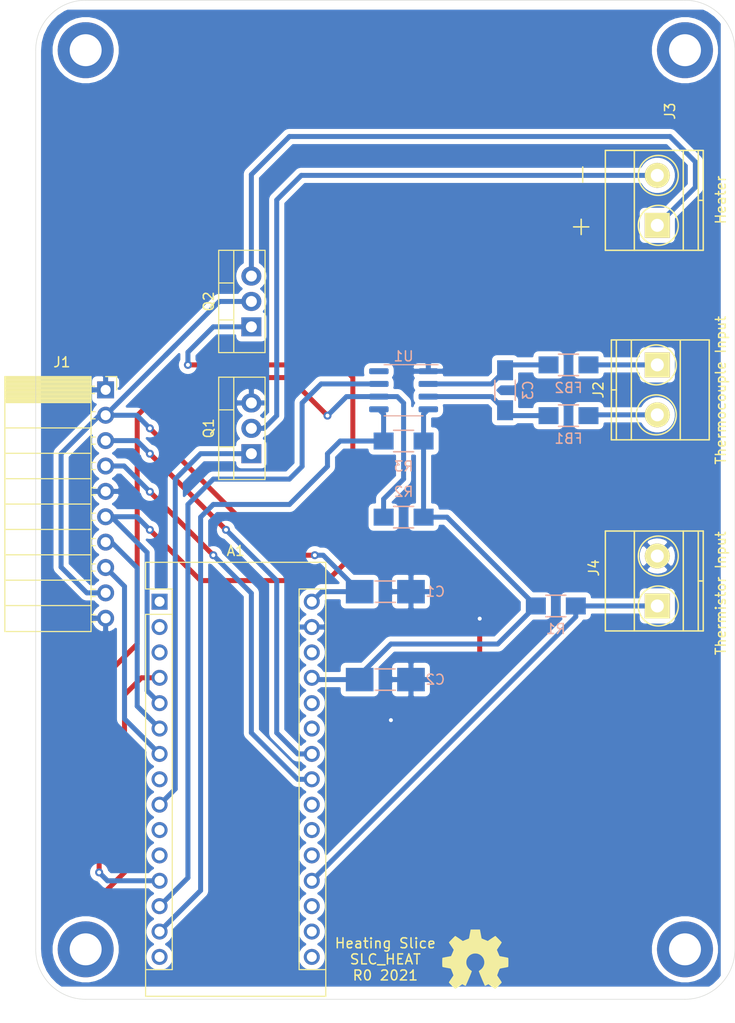
<source format=kicad_pcb>
(kicad_pcb (version 20171130) (host pcbnew 5.1.10)

  (general
    (thickness 1.6)
    (drawings 14)
    (tracks 161)
    (zones 0)
    (modules 21)
    (nets 36)
  )

  (page A4)
  (layers
    (0 F.Cu signal)
    (31 B.Cu signal)
    (32 B.Adhes user)
    (33 F.Adhes user)
    (34 B.Paste user)
    (35 F.Paste user)
    (36 B.SilkS user)
    (37 F.SilkS user)
    (38 B.Mask user)
    (39 F.Mask user)
    (40 Dwgs.User user)
    (41 Cmts.User user)
    (42 Eco1.User user)
    (43 Eco2.User user)
    (44 Edge.Cuts user)
    (45 Margin user)
    (46 B.CrtYd user)
    (47 F.CrtYd user)
    (48 B.Fab user hide)
    (49 F.Fab user hide)
  )

  (setup
    (last_trace_width 0.25)
    (user_trace_width 0.5)
    (trace_clearance 0.2)
    (zone_clearance 0.508)
    (zone_45_only no)
    (trace_min 0.2)
    (via_size 0.8)
    (via_drill 0.4)
    (via_min_size 0.4)
    (via_min_drill 0.3)
    (uvia_size 0.3)
    (uvia_drill 0.1)
    (uvias_allowed no)
    (uvia_min_size 0.2)
    (uvia_min_drill 0.1)
    (edge_width 0.05)
    (segment_width 0.2)
    (pcb_text_width 0.3)
    (pcb_text_size 1.5 1.5)
    (mod_edge_width 0.12)
    (mod_text_size 1 1)
    (mod_text_width 0.15)
    (pad_size 1.524 1.524)
    (pad_drill 0.762)
    (pad_to_mask_clearance 0.05)
    (aux_axis_origin 122.6 139.8)
    (grid_origin 122.6 139.8)
    (visible_elements FFFFFF7F)
    (pcbplotparams
      (layerselection 0x010fc_ffffffff)
      (usegerberextensions false)
      (usegerberattributes true)
      (usegerberadvancedattributes true)
      (creategerberjobfile true)
      (excludeedgelayer true)
      (linewidth 0.100000)
      (plotframeref false)
      (viasonmask false)
      (mode 1)
      (useauxorigin false)
      (hpglpennumber 1)
      (hpglpenspeed 20)
      (hpglpendiameter 15.000000)
      (psnegative false)
      (psa4output false)
      (plotreference true)
      (plotvalue true)
      (plotinvisibletext false)
      (padsonsilk false)
      (subtractmaskfromsilk false)
      (outputformat 1)
      (mirror false)
      (drillshape 0)
      (scaleselection 1)
      (outputdirectory "SLC_HEAT/"))
  )

  (net 0 "")
  (net 1 "Net-(A1-Pad16)")
  (net 2 "Net-(A1-Pad15)")
  (net 3 GND)
  (net 4 "Net-(A1-Pad28)")
  (net 5 +5V)
  (net 6 "Net-(A1-Pad11)")
  (net 7 "Net-(A1-Pad26)")
  (net 8 "Net-(A1-Pad10)")
  (net 9 "Net-(A1-Pad25)")
  (net 10 /I2C_CLK)
  (net 11 "Net-(A1-Pad8)")
  (net 12 /I2C_DAT)
  (net 13 "Net-(A1-Pad22)")
  (net 14 /SYNC)
  (net 15 "Net-(A1-Pad21)")
  (net 16 /E_STOP)
  (net 17 "Net-(A1-Pad20)")
  (net 18 "Net-(A1-Pad3)")
  (net 19 "Net-(A1-Pad18)")
  (net 20 "Net-(A1-Pad2)")
  (net 21 "Net-(A1-Pad17)")
  (net 22 "Net-(A1-Pad1)")
  (net 23 +12V)
  (net 24 /INT)
  (net 25 /TMSTR)
  (net 26 /PWM)
  (net 27 /SS)
  (net 28 /DATA)
  (net 29 /CLK)
  (net 30 "Net-(C3-Pad2)")
  (net 31 "Net-(C3-Pad1)")
  (net 32 "Net-(FB1-Pad2)")
  (net 33 "Net-(FB2-Pad2)")
  (net 34 "Net-(J3-Pad2)")
  (net 35 "Net-(J3-Pad1)")

  (net_class Default "This is the default net class."
    (clearance 0.2)
    (trace_width 0.25)
    (via_dia 0.8)
    (via_drill 0.4)
    (uvia_dia 0.3)
    (uvia_drill 0.1)
    (add_net +12V)
    (add_net +5V)
    (add_net /CLK)
    (add_net /DATA)
    (add_net /E_STOP)
    (add_net /I2C_CLK)
    (add_net /I2C_DAT)
    (add_net /INT)
    (add_net /PWM)
    (add_net /SS)
    (add_net /SYNC)
    (add_net /TMSTR)
    (add_net GND)
    (add_net "Net-(A1-Pad1)")
    (add_net "Net-(A1-Pad10)")
    (add_net "Net-(A1-Pad11)")
    (add_net "Net-(A1-Pad15)")
    (add_net "Net-(A1-Pad16)")
    (add_net "Net-(A1-Pad17)")
    (add_net "Net-(A1-Pad18)")
    (add_net "Net-(A1-Pad2)")
    (add_net "Net-(A1-Pad20)")
    (add_net "Net-(A1-Pad21)")
    (add_net "Net-(A1-Pad22)")
    (add_net "Net-(A1-Pad25)")
    (add_net "Net-(A1-Pad26)")
    (add_net "Net-(A1-Pad28)")
    (add_net "Net-(A1-Pad3)")
    (add_net "Net-(A1-Pad8)")
    (add_net "Net-(C3-Pad1)")
    (add_net "Net-(C3-Pad2)")
    (add_net "Net-(FB1-Pad2)")
    (add_net "Net-(FB2-Pad2)")
    (add_net "Net-(J3-Pad1)")
    (add_net "Net-(J3-Pad2)")
  )

  (module Package_TO_SOT_THT:TO-220-3_Vertical (layer F.Cu) (tedit 5AC8BA0D) (tstamp 61786120)
    (at 144.19 72.49 90)
    (descr "TO-220-3, Vertical, RM 2.54mm, see https://www.vishay.com/docs/66542/to-220-1.pdf")
    (tags "TO-220-3 Vertical RM 2.54mm")
    (path /61788C2C)
    (fp_text reference Q2 (at 2.54 -4.27 90) (layer F.SilkS)
      (effects (font (size 1 1) (thickness 0.15)))
    )
    (fp_text value TIP120 (at 2.54 2.5 90) (layer F.Fab)
      (effects (font (size 1 1) (thickness 0.15)))
    )
    (fp_line (start 7.79 -3.4) (end -2.71 -3.4) (layer F.CrtYd) (width 0.05))
    (fp_line (start 7.79 1.51) (end 7.79 -3.4) (layer F.CrtYd) (width 0.05))
    (fp_line (start -2.71 1.51) (end 7.79 1.51) (layer F.CrtYd) (width 0.05))
    (fp_line (start -2.71 -3.4) (end -2.71 1.51) (layer F.CrtYd) (width 0.05))
    (fp_line (start 4.391 -3.27) (end 4.391 -1.76) (layer F.SilkS) (width 0.12))
    (fp_line (start 0.69 -3.27) (end 0.69 -1.76) (layer F.SilkS) (width 0.12))
    (fp_line (start -2.58 -1.76) (end 7.66 -1.76) (layer F.SilkS) (width 0.12))
    (fp_line (start 7.66 -3.27) (end 7.66 1.371) (layer F.SilkS) (width 0.12))
    (fp_line (start -2.58 -3.27) (end -2.58 1.371) (layer F.SilkS) (width 0.12))
    (fp_line (start -2.58 1.371) (end 7.66 1.371) (layer F.SilkS) (width 0.12))
    (fp_line (start -2.58 -3.27) (end 7.66 -3.27) (layer F.SilkS) (width 0.12))
    (fp_line (start 4.39 -3.15) (end 4.39 -1.88) (layer F.Fab) (width 0.1))
    (fp_line (start 0.69 -3.15) (end 0.69 -1.88) (layer F.Fab) (width 0.1))
    (fp_line (start -2.46 -1.88) (end 7.54 -1.88) (layer F.Fab) (width 0.1))
    (fp_line (start 7.54 -3.15) (end -2.46 -3.15) (layer F.Fab) (width 0.1))
    (fp_line (start 7.54 1.25) (end 7.54 -3.15) (layer F.Fab) (width 0.1))
    (fp_line (start -2.46 1.25) (end 7.54 1.25) (layer F.Fab) (width 0.1))
    (fp_line (start -2.46 -3.15) (end -2.46 1.25) (layer F.Fab) (width 0.1))
    (fp_text user %R (at 2.54 -4.27 90) (layer F.Fab)
      (effects (font (size 1 1) (thickness 0.15)))
    )
    (pad 3 thru_hole oval (at 5.08 0 90) (size 1.905 2) (drill 1.1) (layers *.Cu *.Mask)
      (net 35 "Net-(J3-Pad1)"))
    (pad 2 thru_hole oval (at 2.54 0 90) (size 1.905 2) (drill 1.1) (layers *.Cu *.Mask)
      (net 23 +12V))
    (pad 1 thru_hole rect (at 0 0 90) (size 1.905 2) (drill 1.1) (layers *.Cu *.Mask)
      (net 16 /E_STOP))
    (model ${KISYS3DMOD}/Package_TO_SOT_THT.3dshapes/TO-220-3_Vertical.wrl
      (at (xyz 0 0 0))
      (scale (xyz 1 1 1))
      (rotate (xyz 0 0 0))
    )
  )

  (module Package_SO:SOIC-8_3.9x4.9mm_P1.27mm (layer B.Cu) (tedit 5D9F72B1) (tstamp 614D2110)
    (at 159.43 78.84 180)
    (descr "SOIC, 8 Pin (JEDEC MS-012AA, https://www.analog.com/media/en/package-pcb-resources/package/pkg_pdf/soic_narrow-r/r_8.pdf), generated with kicad-footprint-generator ipc_gullwing_generator.py")
    (tags "SOIC SO")
    (path /614C19CC)
    (attr smd)
    (fp_text reference U1 (at 0 3.4) (layer B.SilkS)
      (effects (font (size 1 1) (thickness 0.15)) (justify mirror))
    )
    (fp_text value MAX31855KASA (at 0 -3.4) (layer B.Fab)
      (effects (font (size 1 1) (thickness 0.15)) (justify mirror))
    )
    (fp_line (start 3.7 2.7) (end -3.7 2.7) (layer B.CrtYd) (width 0.05))
    (fp_line (start 3.7 -2.7) (end 3.7 2.7) (layer B.CrtYd) (width 0.05))
    (fp_line (start -3.7 -2.7) (end 3.7 -2.7) (layer B.CrtYd) (width 0.05))
    (fp_line (start -3.7 2.7) (end -3.7 -2.7) (layer B.CrtYd) (width 0.05))
    (fp_line (start -1.95 1.475) (end -0.975 2.45) (layer B.Fab) (width 0.1))
    (fp_line (start -1.95 -2.45) (end -1.95 1.475) (layer B.Fab) (width 0.1))
    (fp_line (start 1.95 -2.45) (end -1.95 -2.45) (layer B.Fab) (width 0.1))
    (fp_line (start 1.95 2.45) (end 1.95 -2.45) (layer B.Fab) (width 0.1))
    (fp_line (start -0.975 2.45) (end 1.95 2.45) (layer B.Fab) (width 0.1))
    (fp_line (start 0 2.56) (end -3.45 2.56) (layer B.SilkS) (width 0.12))
    (fp_line (start 0 2.56) (end 1.95 2.56) (layer B.SilkS) (width 0.12))
    (fp_line (start 0 -2.56) (end -1.95 -2.56) (layer B.SilkS) (width 0.12))
    (fp_line (start 0 -2.56) (end 1.95 -2.56) (layer B.SilkS) (width 0.12))
    (fp_text user %R (at 0 0) (layer B.Fab)
      (effects (font (size 0.98 0.98) (thickness 0.15)) (justify mirror))
    )
    (pad 8 smd roundrect (at 2.475 1.905 180) (size 1.95 0.6) (layers B.Cu B.Paste B.Mask) (roundrect_rratio 0.25))
    (pad 7 smd roundrect (at 2.475 0.635 180) (size 1.95 0.6) (layers B.Cu B.Paste B.Mask) (roundrect_rratio 0.25)
      (net 28 /DATA))
    (pad 6 smd roundrect (at 2.475 -0.635 180) (size 1.95 0.6) (layers B.Cu B.Paste B.Mask) (roundrect_rratio 0.25)
      (net 27 /SS))
    (pad 5 smd roundrect (at 2.475 -1.905 180) (size 1.95 0.6) (layers B.Cu B.Paste B.Mask) (roundrect_rratio 0.25)
      (net 29 /CLK))
    (pad 4 smd roundrect (at -2.475 -1.905 180) (size 1.95 0.6) (layers B.Cu B.Paste B.Mask) (roundrect_rratio 0.25)
      (net 5 +5V))
    (pad 3 smd roundrect (at -2.475 -0.635 180) (size 1.95 0.6) (layers B.Cu B.Paste B.Mask) (roundrect_rratio 0.25)
      (net 31 "Net-(C3-Pad1)"))
    (pad 2 smd roundrect (at -2.475 0.635 180) (size 1.95 0.6) (layers B.Cu B.Paste B.Mask) (roundrect_rratio 0.25)
      (net 30 "Net-(C3-Pad2)"))
    (pad 1 smd roundrect (at -2.475 1.905 180) (size 1.95 0.6) (layers B.Cu B.Paste B.Mask) (roundrect_rratio 0.25)
      (net 3 GND))
    (model ${KISYS3DMOD}/Package_SO.3dshapes/SOIC-8_3.9x4.9mm_P1.27mm.wrl
      (at (xyz 0 0 0))
      (scale (xyz 1 1 1))
      (rotate (xyz 0 0 0))
    )
  )

  (module OCI_UPL_FOOTPRINTS:R_1206_HandSoldering (layer B.Cu) (tedit 5418A20D) (tstamp 614D20F6)
    (at 159.43 83.92 180)
    (descr "Resistor SMD 1206, hand soldering")
    (tags "resistor 1206")
    (path /614F9763)
    (attr smd)
    (fp_text reference R3 (at 0 -2.54) (layer B.SilkS)
      (effects (font (size 1 1) (thickness 0.15)) (justify mirror))
    )
    (fp_text value 10k (at 0 -2.3) (layer B.Fab)
      (effects (font (size 1 1) (thickness 0.15)) (justify mirror))
    )
    (fp_line (start -1 1.075) (end 1 1.075) (layer B.SilkS) (width 0.15))
    (fp_line (start 1 -1.075) (end -1 -1.075) (layer B.SilkS) (width 0.15))
    (fp_line (start 3.3 1.2) (end 3.3 -1.2) (layer B.CrtYd) (width 0.05))
    (fp_line (start -3.3 1.2) (end -3.3 -1.2) (layer B.CrtYd) (width 0.05))
    (fp_line (start -3.3 -1.2) (end 3.3 -1.2) (layer B.CrtYd) (width 0.05))
    (fp_line (start -3.3 1.2) (end 3.3 1.2) (layer B.CrtYd) (width 0.05))
    (pad 2 smd rect (at 2 0 180) (size 2 1.7) (layers B.Cu B.Paste B.Mask)
      (net 29 /CLK))
    (pad 1 smd rect (at -2 0 180) (size 2 1.7) (layers B.Cu B.Paste B.Mask)
      (net 5 +5V))
    (model Resistors_SMD.3dshapes/R_1206_HandSoldering.wrl
      (at (xyz 0 0 0))
      (scale (xyz 1 1 1))
      (rotate (xyz 0 0 0))
    )
  )

  (module OCI_UPL_FOOTPRINTS:R_1206_HandSoldering (layer B.Cu) (tedit 5418A20D) (tstamp 614D20EA)
    (at 159.43 91.54)
    (descr "Resistor SMD 1206, hand soldering")
    (tags "resistor 1206")
    (path /614C2E5F)
    (attr smd)
    (fp_text reference R2 (at 0 -2.54) (layer B.SilkS)
      (effects (font (size 1 1) (thickness 0.15)) (justify mirror))
    )
    (fp_text value 10k (at 0 -2.3) (layer B.Fab)
      (effects (font (size 1 1) (thickness 0.15)) (justify mirror))
    )
    (fp_line (start -1 1.075) (end 1 1.075) (layer B.SilkS) (width 0.15))
    (fp_line (start 1 -1.075) (end -1 -1.075) (layer B.SilkS) (width 0.15))
    (fp_line (start 3.3 1.2) (end 3.3 -1.2) (layer B.CrtYd) (width 0.05))
    (fp_line (start -3.3 1.2) (end -3.3 -1.2) (layer B.CrtYd) (width 0.05))
    (fp_line (start -3.3 -1.2) (end 3.3 -1.2) (layer B.CrtYd) (width 0.05))
    (fp_line (start -3.3 1.2) (end 3.3 1.2) (layer B.CrtYd) (width 0.05))
    (pad 2 smd rect (at 2 0) (size 2 1.7) (layers B.Cu B.Paste B.Mask)
      (net 5 +5V))
    (pad 1 smd rect (at -2 0) (size 2 1.7) (layers B.Cu B.Paste B.Mask)
      (net 27 /SS))
    (model Resistors_SMD.3dshapes/R_1206_HandSoldering.wrl
      (at (xyz 0 0 0))
      (scale (xyz 1 1 1))
      (rotate (xyz 0 0 0))
    )
  )

  (module OCI_UPL_FOOTPRINTS:R_1206_HandSoldering (layer B.Cu) (tedit 5418A20D) (tstamp 614D20DE)
    (at 174.67 100.43)
    (descr "Resistor SMD 1206, hand soldering")
    (tags "resistor 1206")
    (path /61512971)
    (attr smd)
    (fp_text reference R1 (at 0 2.3) (layer B.SilkS)
      (effects (font (size 1 1) (thickness 0.15)) (justify mirror))
    )
    (fp_text value 10k (at 0 -2.3) (layer B.Fab)
      (effects (font (size 1 1) (thickness 0.15)) (justify mirror))
    )
    (fp_line (start -1 1.075) (end 1 1.075) (layer B.SilkS) (width 0.15))
    (fp_line (start 1 -1.075) (end -1 -1.075) (layer B.SilkS) (width 0.15))
    (fp_line (start 3.3 1.2) (end 3.3 -1.2) (layer B.CrtYd) (width 0.05))
    (fp_line (start -3.3 1.2) (end -3.3 -1.2) (layer B.CrtYd) (width 0.05))
    (fp_line (start -3.3 -1.2) (end 3.3 -1.2) (layer B.CrtYd) (width 0.05))
    (fp_line (start -3.3 1.2) (end 3.3 1.2) (layer B.CrtYd) (width 0.05))
    (pad 2 smd rect (at 2 0) (size 2 1.7) (layers B.Cu B.Paste B.Mask)
      (net 25 /TMSTR))
    (pad 1 smd rect (at -2 0) (size 2 1.7) (layers B.Cu B.Paste B.Mask)
      (net 5 +5V))
    (model Resistors_SMD.3dshapes/R_1206_HandSoldering.wrl
      (at (xyz 0 0 0))
      (scale (xyz 1 1 1))
      (rotate (xyz 0 0 0))
    )
  )

  (module Package_TO_SOT_THT:TO-220-3_Vertical (layer F.Cu) (tedit 5AC8BA0D) (tstamp 614D20D2)
    (at 144.19 85.19 90)
    (descr "TO-220-3, Vertical, RM 2.54mm, see https://www.vishay.com/docs/66542/to-220-1.pdf")
    (tags "TO-220-3 Vertical RM 2.54mm")
    (path /614A6599)
    (fp_text reference Q1 (at 2.54 -4.27 90) (layer F.SilkS)
      (effects (font (size 1 1) (thickness 0.15)))
    )
    (fp_text value TIP120 (at 2.54 2.5 90) (layer F.Fab)
      (effects (font (size 1 1) (thickness 0.15)))
    )
    (fp_line (start 7.79 -3.4) (end -2.71 -3.4) (layer F.CrtYd) (width 0.05))
    (fp_line (start 7.79 1.51) (end 7.79 -3.4) (layer F.CrtYd) (width 0.05))
    (fp_line (start -2.71 1.51) (end 7.79 1.51) (layer F.CrtYd) (width 0.05))
    (fp_line (start -2.71 -3.4) (end -2.71 1.51) (layer F.CrtYd) (width 0.05))
    (fp_line (start 4.391 -3.27) (end 4.391 -1.76) (layer F.SilkS) (width 0.12))
    (fp_line (start 0.69 -3.27) (end 0.69 -1.76) (layer F.SilkS) (width 0.12))
    (fp_line (start -2.58 -1.76) (end 7.66 -1.76) (layer F.SilkS) (width 0.12))
    (fp_line (start 7.66 -3.27) (end 7.66 1.371) (layer F.SilkS) (width 0.12))
    (fp_line (start -2.58 -3.27) (end -2.58 1.371) (layer F.SilkS) (width 0.12))
    (fp_line (start -2.58 1.371) (end 7.66 1.371) (layer F.SilkS) (width 0.12))
    (fp_line (start -2.58 -3.27) (end 7.66 -3.27) (layer F.SilkS) (width 0.12))
    (fp_line (start 4.39 -3.15) (end 4.39 -1.88) (layer F.Fab) (width 0.1))
    (fp_line (start 0.69 -3.15) (end 0.69 -1.88) (layer F.Fab) (width 0.1))
    (fp_line (start -2.46 -1.88) (end 7.54 -1.88) (layer F.Fab) (width 0.1))
    (fp_line (start 7.54 -3.15) (end -2.46 -3.15) (layer F.Fab) (width 0.1))
    (fp_line (start 7.54 1.25) (end 7.54 -3.15) (layer F.Fab) (width 0.1))
    (fp_line (start -2.46 1.25) (end 7.54 1.25) (layer F.Fab) (width 0.1))
    (fp_line (start -2.46 -3.15) (end -2.46 1.25) (layer F.Fab) (width 0.1))
    (fp_text user %R (at 2.54 -4.27 90) (layer F.Fab)
      (effects (font (size 1 1) (thickness 0.15)))
    )
    (pad 3 thru_hole oval (at 5.08 0 90) (size 1.905 2) (drill 1.1) (layers *.Cu *.Mask)
      (net 3 GND))
    (pad 2 thru_hole oval (at 2.54 0 90) (size 1.905 2) (drill 1.1) (layers *.Cu *.Mask)
      (net 34 "Net-(J3-Pad2)"))
    (pad 1 thru_hole rect (at 0 0 90) (size 1.905 2) (drill 1.1) (layers *.Cu *.Mask)
      (net 26 /PWM))
    (model ${KISYS3DMOD}/Package_TO_SOT_THT.3dshapes/TO-220-3_Vertical.wrl
      (at (xyz 0 0 0))
      (scale (xyz 1 1 1))
      (rotate (xyz 0 0 0))
    )
  )

  (module OCI_UPL_FOOTPRINTS:TerminalBlock_Pheonix_MKDS1.5-2pol (layer F.Cu) (tedit 563007E4) (tstamp 614D20B0)
    (at 184.83 100.43 90)
    (descr "2-way 5mm pitch terminal block, Phoenix MKDS series")
    (path /614D5BE0)
    (fp_text reference J4 (at 3.81 -6.35 90) (layer F.SilkS)
      (effects (font (size 1 1) (thickness 0.15)))
    )
    (fp_text value Screw_Terminal_01x02 (at 2.5 -6.6 90) (layer F.Fab)
      (effects (font (size 1 1) (thickness 0.15)))
    )
    (fp_line (start -2.5 -5.2) (end -2.5 4.6) (layer F.SilkS) (width 0.15))
    (fp_line (start 7.5 -5.2) (end -2.5 -5.2) (layer F.SilkS) (width 0.15))
    (fp_line (start 7.5 4.6) (end 7.5 -5.2) (layer F.SilkS) (width 0.15))
    (fp_line (start -2.5 4.6) (end 7.5 4.6) (layer F.SilkS) (width 0.15))
    (fp_line (start -2.5 4.1) (end 7.5 4.1) (layer F.SilkS) (width 0.15))
    (fp_line (start -2.5 -2.3) (end 7.5 -2.3) (layer F.SilkS) (width 0.15))
    (fp_line (start -2.5 2.6) (end 7.5 2.6) (layer F.SilkS) (width 0.15))
    (fp_circle (center 0 0.1) (end 2 0.1) (layer F.SilkS) (width 0.15))
    (fp_circle (center 5 0.1) (end 3 0.1) (layer F.SilkS) (width 0.15))
    (fp_line (start 2.5 4.1) (end 2.5 4.6) (layer F.SilkS) (width 0.15))
    (fp_line (start 7.7 -5.4) (end 7.7 4.8) (layer F.CrtYd) (width 0.05))
    (fp_line (start 7.7 4.8) (end -2.7 4.8) (layer F.CrtYd) (width 0.05))
    (fp_line (start -2.7 4.8) (end -2.7 -5.4) (layer F.CrtYd) (width 0.05))
    (fp_line (start -2.7 -5.4) (end 7.7 -5.4) (layer F.CrtYd) (width 0.05))
    (pad 2 thru_hole circle (at 5 0 90) (size 2.5 2.5) (drill 1.3) (layers *.Cu *.Mask F.SilkS)
      (net 3 GND))
    (pad 1 thru_hole rect (at 0 0 90) (size 2.5 2.5) (drill 1.3) (layers *.Cu *.Mask F.SilkS)
      (net 25 /TMSTR))
    (model Terminal_Blocks.3dshapes/TerminalBlock_Pheonix_MKDS1.5-2pol.wrl
      (offset (xyz 2.499359962463379 0 0))
      (scale (xyz 1 1 1))
      (rotate (xyz 0 0 0))
    )
  )

  (module OCI_UPL_FOOTPRINTS:TerminalBlock_Pheonix_MKDS1.5-2pol (layer F.Cu) (tedit 563007E4) (tstamp 614D209C)
    (at 184.83 62.33 90)
    (descr "2-way 5mm pitch terminal block, Phoenix MKDS series")
    (path /614A7BA4)
    (fp_text reference J3 (at 11.43 1.27 90) (layer F.SilkS)
      (effects (font (size 1 1) (thickness 0.15)))
    )
    (fp_text value Screw_Terminal_01x02 (at 2.5 -6.6 90) (layer F.Fab)
      (effects (font (size 1 1) (thickness 0.15)))
    )
    (fp_line (start -2.5 -5.2) (end -2.5 4.6) (layer F.SilkS) (width 0.15))
    (fp_line (start 7.5 -5.2) (end -2.5 -5.2) (layer F.SilkS) (width 0.15))
    (fp_line (start 7.5 4.6) (end 7.5 -5.2) (layer F.SilkS) (width 0.15))
    (fp_line (start -2.5 4.6) (end 7.5 4.6) (layer F.SilkS) (width 0.15))
    (fp_line (start -2.5 4.1) (end 7.5 4.1) (layer F.SilkS) (width 0.15))
    (fp_line (start -2.5 -2.3) (end 7.5 -2.3) (layer F.SilkS) (width 0.15))
    (fp_line (start -2.5 2.6) (end 7.5 2.6) (layer F.SilkS) (width 0.15))
    (fp_circle (center 0 0.1) (end 2 0.1) (layer F.SilkS) (width 0.15))
    (fp_circle (center 5 0.1) (end 3 0.1) (layer F.SilkS) (width 0.15))
    (fp_line (start 2.5 4.1) (end 2.5 4.6) (layer F.SilkS) (width 0.15))
    (fp_line (start 7.7 -5.4) (end 7.7 4.8) (layer F.CrtYd) (width 0.05))
    (fp_line (start 7.7 4.8) (end -2.7 4.8) (layer F.CrtYd) (width 0.05))
    (fp_line (start -2.7 4.8) (end -2.7 -5.4) (layer F.CrtYd) (width 0.05))
    (fp_line (start -2.7 -5.4) (end 7.7 -5.4) (layer F.CrtYd) (width 0.05))
    (pad 2 thru_hole circle (at 5 0 90) (size 2.5 2.5) (drill 1.3) (layers *.Cu *.Mask F.SilkS)
      (net 34 "Net-(J3-Pad2)"))
    (pad 1 thru_hole rect (at 0 0 90) (size 2.5 2.5) (drill 1.3) (layers *.Cu *.Mask F.SilkS)
      (net 35 "Net-(J3-Pad1)"))
    (model Terminal_Blocks.3dshapes/TerminalBlock_Pheonix_MKDS1.5-2pol.wrl
      (offset (xyz 2.499359962463379 0 0))
      (scale (xyz 1 1 1))
      (rotate (xyz 0 0 0))
    )
  )

  (module OCI_UPL_FOOTPRINTS:TerminalBlock_Pheonix_MKDS1.5-2pol (layer F.Cu) (tedit 563007E4) (tstamp 614D2088)
    (at 184.83 76.3 270)
    (descr "2-way 5mm pitch terminal block, Phoenix MKDS series")
    (path /614BE0AD)
    (fp_text reference J2 (at 2.5 5.9 90) (layer F.SilkS)
      (effects (font (size 1 1) (thickness 0.15)))
    )
    (fp_text value Screw_Terminal_01x02 (at 2.5 -6.6 90) (layer F.Fab)
      (effects (font (size 1 1) (thickness 0.15)))
    )
    (fp_line (start -2.5 -5.2) (end -2.5 4.6) (layer F.SilkS) (width 0.15))
    (fp_line (start 7.5 -5.2) (end -2.5 -5.2) (layer F.SilkS) (width 0.15))
    (fp_line (start 7.5 4.6) (end 7.5 -5.2) (layer F.SilkS) (width 0.15))
    (fp_line (start -2.5 4.6) (end 7.5 4.6) (layer F.SilkS) (width 0.15))
    (fp_line (start -2.5 4.1) (end 7.5 4.1) (layer F.SilkS) (width 0.15))
    (fp_line (start -2.5 -2.3) (end 7.5 -2.3) (layer F.SilkS) (width 0.15))
    (fp_line (start -2.5 2.6) (end 7.5 2.6) (layer F.SilkS) (width 0.15))
    (fp_circle (center 0 0.1) (end 2 0.1) (layer F.SilkS) (width 0.15))
    (fp_circle (center 5 0.1) (end 3 0.1) (layer F.SilkS) (width 0.15))
    (fp_line (start 2.5 4.1) (end 2.5 4.6) (layer F.SilkS) (width 0.15))
    (fp_line (start 7.7 -5.4) (end 7.7 4.8) (layer F.CrtYd) (width 0.05))
    (fp_line (start 7.7 4.8) (end -2.7 4.8) (layer F.CrtYd) (width 0.05))
    (fp_line (start -2.7 4.8) (end -2.7 -5.4) (layer F.CrtYd) (width 0.05))
    (fp_line (start -2.7 -5.4) (end 7.7 -5.4) (layer F.CrtYd) (width 0.05))
    (pad 2 thru_hole circle (at 5 0 270) (size 2.5 2.5) (drill 1.3) (layers *.Cu *.Mask F.SilkS)
      (net 32 "Net-(FB1-Pad2)"))
    (pad 1 thru_hole rect (at 0 0 270) (size 2.5 2.5) (drill 1.3) (layers *.Cu *.Mask F.SilkS)
      (net 33 "Net-(FB2-Pad2)"))
    (model Terminal_Blocks.3dshapes/TerminalBlock_Pheonix_MKDS1.5-2pol.wrl
      (offset (xyz 2.499359962463379 0 0))
      (scale (xyz 1 1 1))
      (rotate (xyz 0 0 0))
    )
  )

  (module OCI_UPL_FOOTPRINTS:R_1206_HandSoldering (layer B.Cu) (tedit 5418A20D) (tstamp 614D1F62)
    (at 175.94 76.3)
    (descr "Resistor SMD 1206, hand soldering")
    (tags "resistor 1206")
    (path /614BFCE9)
    (attr smd)
    (fp_text reference FB2 (at 0 2.3) (layer B.SilkS)
      (effects (font (size 1 1) (thickness 0.15)) (justify mirror))
    )
    (fp_text value Ferrite_Bead_Small (at 0 -2.3) (layer B.Fab)
      (effects (font (size 1 1) (thickness 0.15)) (justify mirror))
    )
    (fp_line (start -1 1.075) (end 1 1.075) (layer B.SilkS) (width 0.15))
    (fp_line (start 1 -1.075) (end -1 -1.075) (layer B.SilkS) (width 0.15))
    (fp_line (start 3.3 1.2) (end 3.3 -1.2) (layer B.CrtYd) (width 0.05))
    (fp_line (start -3.3 1.2) (end -3.3 -1.2) (layer B.CrtYd) (width 0.05))
    (fp_line (start -3.3 -1.2) (end 3.3 -1.2) (layer B.CrtYd) (width 0.05))
    (fp_line (start -3.3 1.2) (end 3.3 1.2) (layer B.CrtYd) (width 0.05))
    (pad 2 smd rect (at 2 0) (size 2 1.7) (layers B.Cu B.Paste B.Mask)
      (net 33 "Net-(FB2-Pad2)"))
    (pad 1 smd rect (at -2 0) (size 2 1.7) (layers B.Cu B.Paste B.Mask)
      (net 30 "Net-(C3-Pad2)"))
    (model Resistors_SMD.3dshapes/R_1206_HandSoldering.wrl
      (at (xyz 0 0 0))
      (scale (xyz 1 1 1))
      (rotate (xyz 0 0 0))
    )
  )

  (module OCI_UPL_FOOTPRINTS:R_1206_HandSoldering (layer B.Cu) (tedit 5418A20D) (tstamp 614D1F56)
    (at 175.94 81.38)
    (descr "Resistor SMD 1206, hand soldering")
    (tags "resistor 1206")
    (path /614BF20B)
    (attr smd)
    (fp_text reference FB1 (at 0 2.3) (layer B.SilkS)
      (effects (font (size 1 1) (thickness 0.15)) (justify mirror))
    )
    (fp_text value Ferrite_Bead_Small (at 0 -2.3) (layer B.Fab)
      (effects (font (size 1 1) (thickness 0.15)) (justify mirror))
    )
    (fp_line (start -1 1.075) (end 1 1.075) (layer B.SilkS) (width 0.15))
    (fp_line (start 1 -1.075) (end -1 -1.075) (layer B.SilkS) (width 0.15))
    (fp_line (start 3.3 1.2) (end 3.3 -1.2) (layer B.CrtYd) (width 0.05))
    (fp_line (start -3.3 1.2) (end -3.3 -1.2) (layer B.CrtYd) (width 0.05))
    (fp_line (start -3.3 -1.2) (end 3.3 -1.2) (layer B.CrtYd) (width 0.05))
    (fp_line (start -3.3 1.2) (end 3.3 1.2) (layer B.CrtYd) (width 0.05))
    (pad 2 smd rect (at 2 0) (size 2 1.7) (layers B.Cu B.Paste B.Mask)
      (net 32 "Net-(FB1-Pad2)"))
    (pad 1 smd rect (at -2 0) (size 2 1.7) (layers B.Cu B.Paste B.Mask)
      (net 31 "Net-(C3-Pad1)"))
    (model Resistors_SMD.3dshapes/R_1206_HandSoldering.wrl
      (at (xyz 0 0 0))
      (scale (xyz 1 1 1))
      (rotate (xyz 0 0 0))
    )
  )

  (module OCI_UPL_FOOTPRINTS:C_1206_HandSoldering (layer B.Cu) (tedit 541A9C03) (tstamp 614D1F4A)
    (at 169.59 78.84 90)
    (descr "Capacitor SMD 1206, hand soldering")
    (tags "capacitor 1206")
    (path /614C09B0)
    (attr smd)
    (fp_text reference C3 (at 0 2.3 90) (layer B.SilkS)
      (effects (font (size 1 1) (thickness 0.15)) (justify mirror))
    )
    (fp_text value "0.01 uF" (at 0 -2.3 90) (layer B.Fab)
      (effects (font (size 1 1) (thickness 0.15)) (justify mirror))
    )
    (fp_line (start -1 -1.025) (end 1 -1.025) (layer B.SilkS) (width 0.15))
    (fp_line (start 1 1.025) (end -1 1.025) (layer B.SilkS) (width 0.15))
    (fp_line (start 3.3 1.15) (end 3.3 -1.15) (layer B.CrtYd) (width 0.05))
    (fp_line (start -3.3 1.15) (end -3.3 -1.15) (layer B.CrtYd) (width 0.05))
    (fp_line (start -3.3 -1.15) (end 3.3 -1.15) (layer B.CrtYd) (width 0.05))
    (fp_line (start -3.3 1.15) (end 3.3 1.15) (layer B.CrtYd) (width 0.05))
    (pad 2 smd rect (at 2 0 90) (size 2 1.6) (layers B.Cu B.Paste B.Mask)
      (net 30 "Net-(C3-Pad2)"))
    (pad 1 smd rect (at -2 0 90) (size 2 1.6) (layers B.Cu B.Paste B.Mask)
      (net 31 "Net-(C3-Pad1)"))
    (model Capacitors_SMD.3dshapes/C_1206_HandSoldering.wrl
      (at (xyz 0 0 0))
      (scale (xyz 1 1 1))
      (rotate (xyz 0 0 0))
    )
  )

  (module Symbol:OSHW-Symbol_6.7x6mm_SilkScreen (layer F.Cu) (tedit 0) (tstamp 5FE4A5C0)
    (at 166.6 135.8)
    (descr "Open Source Hardware Symbol")
    (tags "Logo Symbol OSHW")
    (path /5FE4A934)
    (attr virtual)
    (fp_text reference Logo1 (at 0 0) (layer F.SilkS) hide
      (effects (font (size 1 1) (thickness 0.15)))
    )
    (fp_text value Logo_Open_Hardware_Small (at 0.75 0) (layer F.Fab) hide
      (effects (font (size 1 1) (thickness 0.15)))
    )
    (fp_poly (pts (xy 0.555814 -2.531069) (xy 0.639635 -2.086445) (xy 0.94892 -1.958947) (xy 1.258206 -1.831449)
      (xy 1.629246 -2.083754) (xy 1.733157 -2.154004) (xy 1.827087 -2.216728) (xy 1.906652 -2.269062)
      (xy 1.96747 -2.308143) (xy 2.005157 -2.331107) (xy 2.015421 -2.336058) (xy 2.03391 -2.323324)
      (xy 2.07342 -2.288118) (xy 2.129522 -2.234938) (xy 2.197787 -2.168282) (xy 2.273786 -2.092646)
      (xy 2.353092 -2.012528) (xy 2.431275 -1.932426) (xy 2.503907 -1.856836) (xy 2.566559 -1.790255)
      (xy 2.614803 -1.737182) (xy 2.64421 -1.702113) (xy 2.651241 -1.690377) (xy 2.641123 -1.66874)
      (xy 2.612759 -1.621338) (xy 2.569129 -1.552807) (xy 2.513218 -1.467785) (xy 2.448006 -1.370907)
      (xy 2.410219 -1.31565) (xy 2.341343 -1.214752) (xy 2.28014 -1.123701) (xy 2.229578 -1.04703)
      (xy 2.192628 -0.989272) (xy 2.172258 -0.954957) (xy 2.169197 -0.947746) (xy 2.176136 -0.927252)
      (xy 2.195051 -0.879487) (xy 2.223087 -0.811168) (xy 2.257391 -0.729011) (xy 2.295109 -0.63973)
      (xy 2.333387 -0.550042) (xy 2.36937 -0.466662) (xy 2.400206 -0.396306) (xy 2.423039 -0.34569)
      (xy 2.435017 -0.321529) (xy 2.435724 -0.320578) (xy 2.454531 -0.315964) (xy 2.504618 -0.305672)
      (xy 2.580793 -0.290713) (xy 2.677865 -0.272099) (xy 2.790643 -0.250841) (xy 2.856442 -0.238582)
      (xy 2.97695 -0.215638) (xy 3.085797 -0.193805) (xy 3.177476 -0.174278) (xy 3.246481 -0.158252)
      (xy 3.287304 -0.146921) (xy 3.295511 -0.143326) (xy 3.303548 -0.118994) (xy 3.310033 -0.064041)
      (xy 3.31497 0.015108) (xy 3.318364 0.112026) (xy 3.320218 0.220287) (xy 3.320538 0.333465)
      (xy 3.319327 0.445135) (xy 3.31659 0.548868) (xy 3.312331 0.638241) (xy 3.306555 0.706826)
      (xy 3.299267 0.748197) (xy 3.294895 0.75681) (xy 3.268764 0.767133) (xy 3.213393 0.781892)
      (xy 3.136107 0.799352) (xy 3.04423 0.81778) (xy 3.012158 0.823741) (xy 2.857524 0.852066)
      (xy 2.735375 0.874876) (xy 2.641673 0.89308) (xy 2.572384 0.907583) (xy 2.523471 0.919292)
      (xy 2.490897 0.929115) (xy 2.470628 0.937956) (xy 2.458626 0.946724) (xy 2.456947 0.948457)
      (xy 2.440184 0.976371) (xy 2.414614 1.030695) (xy 2.382788 1.104777) (xy 2.34726 1.191965)
      (xy 2.310583 1.285608) (xy 2.275311 1.379052) (xy 2.243996 1.465647) (xy 2.219193 1.53874)
      (xy 2.203454 1.591678) (xy 2.199332 1.617811) (xy 2.199676 1.618726) (xy 2.213641 1.640086)
      (xy 2.245322 1.687084) (xy 2.291391 1.754827) (xy 2.348518 1.838423) (xy 2.413373 1.932982)
      (xy 2.431843 1.959854) (xy 2.497699 2.057275) (xy 2.55565 2.146163) (xy 2.602538 2.221412)
      (xy 2.635207 2.27792) (xy 2.6505 2.310581) (xy 2.651241 2.314593) (xy 2.638392 2.335684)
      (xy 2.602888 2.377464) (xy 2.549293 2.435445) (xy 2.482171 2.505135) (xy 2.406087 2.582045)
      (xy 2.325604 2.661683) (xy 2.245287 2.739561) (xy 2.169699 2.811186) (xy 2.103405 2.87207)
      (xy 2.050969 2.917721) (xy 2.016955 2.94365) (xy 2.007545 2.947883) (xy 1.985643 2.937912)
      (xy 1.9408 2.91102) (xy 1.880321 2.871736) (xy 1.833789 2.840117) (xy 1.749475 2.782098)
      (xy 1.649626 2.713784) (xy 1.549473 2.645579) (xy 1.495627 2.609075) (xy 1.313371 2.4858)
      (xy 1.160381 2.56852) (xy 1.090682 2.604759) (xy 1.031414 2.632926) (xy 0.991311 2.648991)
      (xy 0.981103 2.651226) (xy 0.968829 2.634722) (xy 0.944613 2.588082) (xy 0.910263 2.515609)
      (xy 0.867588 2.421606) (xy 0.818394 2.310374) (xy 0.76449 2.186215) (xy 0.707684 2.053432)
      (xy 0.649782 1.916327) (xy 0.592593 1.779202) (xy 0.537924 1.646358) (xy 0.487584 1.522098)
      (xy 0.44338 1.410725) (xy 0.407119 1.316539) (xy 0.380609 1.243844) (xy 0.365658 1.196941)
      (xy 0.363254 1.180833) (xy 0.382311 1.160286) (xy 0.424036 1.126933) (xy 0.479706 1.087702)
      (xy 0.484378 1.084599) (xy 0.628264 0.969423) (xy 0.744283 0.835053) (xy 0.83143 0.685784)
      (xy 0.888699 0.525913) (xy 0.915086 0.359737) (xy 0.909585 0.191552) (xy 0.87119 0.025655)
      (xy 0.798895 -0.133658) (xy 0.777626 -0.168513) (xy 0.666996 -0.309263) (xy 0.536302 -0.422286)
      (xy 0.390064 -0.506997) (xy 0.232808 -0.562806) (xy 0.069057 -0.589126) (xy -0.096667 -0.58537)
      (xy -0.259838 -0.55095) (xy -0.415935 -0.485277) (xy -0.560433 -0.387765) (xy -0.605131 -0.348187)
      (xy -0.718888 -0.224297) (xy -0.801782 -0.093876) (xy -0.858644 0.052315) (xy -0.890313 0.197088)
      (xy -0.898131 0.35986) (xy -0.872062 0.52344) (xy -0.814755 0.682298) (xy -0.728856 0.830906)
      (xy -0.617014 0.963735) (xy -0.481877 1.075256) (xy -0.464117 1.087011) (xy -0.40785 1.125508)
      (xy -0.365077 1.158863) (xy -0.344628 1.18016) (xy -0.344331 1.180833) (xy -0.348721 1.203871)
      (xy -0.366124 1.256157) (xy -0.394732 1.33339) (xy -0.432735 1.431268) (xy -0.478326 1.545491)
      (xy -0.529697 1.671758) (xy -0.585038 1.805767) (xy -0.642542 1.943218) (xy -0.700399 2.079808)
      (xy -0.756802 2.211237) (xy -0.809942 2.333205) (xy -0.85801 2.441409) (xy -0.899199 2.531549)
      (xy -0.931699 2.599323) (xy -0.953703 2.64043) (xy -0.962564 2.651226) (xy -0.98964 2.642819)
      (xy -1.040303 2.620272) (xy -1.105817 2.587613) (xy -1.141841 2.56852) (xy -1.294832 2.4858)
      (xy -1.477088 2.609075) (xy -1.570125 2.672228) (xy -1.671985 2.741727) (xy -1.767438 2.807165)
      (xy -1.81525 2.840117) (xy -1.882495 2.885273) (xy -1.939436 2.921057) (xy -1.978646 2.942938)
      (xy -1.991381 2.947563) (xy -2.009917 2.935085) (xy -2.050941 2.900252) (xy -2.110475 2.846678)
      (xy -2.184542 2.777983) (xy -2.269165 2.697781) (xy -2.322685 2.646286) (xy -2.416319 2.554286)
      (xy -2.497241 2.471999) (xy -2.562177 2.402945) (xy -2.607858 2.350644) (xy -2.631011 2.318616)
      (xy -2.633232 2.312116) (xy -2.622924 2.287394) (xy -2.594439 2.237405) (xy -2.550937 2.167212)
      (xy -2.495577 2.081875) (xy -2.43152 1.986456) (xy -2.413303 1.959854) (xy -2.346927 1.863167)
      (xy -2.287378 1.776117) (xy -2.237984 1.703595) (xy -2.202075 1.650493) (xy -2.182981 1.621703)
      (xy -2.181136 1.618726) (xy -2.183895 1.595782) (xy -2.198538 1.545336) (xy -2.222513 1.474041)
      (xy -2.253266 1.388547) (xy -2.288244 1.295507) (xy -2.324893 1.201574) (xy -2.360661 1.113399)
      (xy -2.392994 1.037634) (xy -2.419338 0.980931) (xy -2.437142 0.949943) (xy -2.438407 0.948457)
      (xy -2.449294 0.939601) (xy -2.467682 0.930843) (xy -2.497606 0.921277) (xy -2.543103 0.909996)
      (xy -2.608209 0.896093) (xy -2.696961 0.878663) (xy -2.813393 0.856798) (xy -2.961542 0.829591)
      (xy -2.993618 0.823741) (xy -3.088686 0.805374) (xy -3.171565 0.787405) (xy -3.23493 0.771569)
      (xy -3.271458 0.7596) (xy -3.276356 0.75681) (xy -3.284427 0.732072) (xy -3.290987 0.67679)
      (xy -3.296033 0.597389) (xy -3.299559 0.500296) (xy -3.301561 0.391938) (xy -3.302036 0.27874)
      (xy -3.300977 0.167128) (xy -3.298382 0.063529) (xy -3.294246 -0.025632) (xy -3.288563 -0.093928)
      (xy -3.281331 -0.134934) (xy -3.276971 -0.143326) (xy -3.252698 -0.151792) (xy -3.197426 -0.165565)
      (xy -3.116662 -0.18345) (xy -3.015912 -0.204252) (xy -2.900683 -0.226777) (xy -2.837902 -0.238582)
      (xy -2.718787 -0.260849) (xy -2.612565 -0.281021) (xy -2.524427 -0.298085) (xy -2.459566 -0.311031)
      (xy -2.423174 -0.318845) (xy -2.417184 -0.320578) (xy -2.407061 -0.34011) (xy -2.385662 -0.387157)
      (xy -2.355839 -0.454997) (xy -2.320445 -0.536909) (xy -2.282332 -0.626172) (xy -2.244353 -0.716065)
      (xy -2.20936 -0.799865) (xy -2.180206 -0.870853) (xy -2.159743 -0.922306) (xy -2.150823 -0.947503)
      (xy -2.150657 -0.948604) (xy -2.160769 -0.968481) (xy -2.189117 -1.014223) (xy -2.232723 -1.081283)
      (xy -2.288606 -1.165116) (xy -2.353787 -1.261174) (xy -2.391679 -1.31635) (xy -2.460725 -1.417519)
      (xy -2.52205 -1.50937) (xy -2.572663 -1.587256) (xy -2.609571 -1.646531) (xy -2.629782 -1.682549)
      (xy -2.632701 -1.690623) (xy -2.620153 -1.709416) (xy -2.585463 -1.749543) (xy -2.533063 -1.806507)
      (xy -2.467384 -1.875815) (xy -2.392856 -1.952969) (xy -2.313913 -2.033475) (xy -2.234983 -2.112837)
      (xy -2.1605 -2.18656) (xy -2.094894 -2.250148) (xy -2.042596 -2.299106) (xy -2.008039 -2.328939)
      (xy -1.996478 -2.336058) (xy -1.977654 -2.326047) (xy -1.932631 -2.297922) (xy -1.865787 -2.254546)
      (xy -1.781499 -2.198782) (xy -1.684144 -2.133494) (xy -1.610707 -2.083754) (xy -1.239667 -1.831449)
      (xy -0.621095 -2.086445) (xy -0.537275 -2.531069) (xy -0.453454 -2.975693) (xy 0.471994 -2.975693)
      (xy 0.555814 -2.531069)) (layer F.SilkS) (width 0.01))
  )

  (module MountingHole:MountingHole_3.2mm_M3_DIN965_Pad locked (layer F.Cu) (tedit 56D1B4CB) (tstamp 5FA615E2)
    (at 187.6 134.8)
    (descr "Mounting Hole 3.2mm, M3, DIN965")
    (tags "mounting hole 3.2mm m3 din965")
    (path /5FAB25F7)
    (attr virtual)
    (fp_text reference H4 (at 0 -3.8) (layer F.SilkS) hide
      (effects (font (size 1 1) (thickness 0.15)))
    )
    (fp_text value MountingHole (at 0 3.8) (layer F.Fab)
      (effects (font (size 1 1) (thickness 0.15)))
    )
    (fp_circle (center 0 0) (end 2.8 0) (layer Cmts.User) (width 0.15))
    (fp_circle (center 0 0) (end 3.05 0) (layer F.CrtYd) (width 0.05))
    (fp_text user %R (at 0.3 0) (layer F.Fab)
      (effects (font (size 1 1) (thickness 0.15)))
    )
    (pad 1 thru_hole circle (at 0 0) (size 5.6 5.6) (drill 3.2) (layers *.Cu *.Mask))
  )

  (module MountingHole:MountingHole_3.2mm_M3_DIN965_Pad locked (layer F.Cu) (tedit 56D1B4CB) (tstamp 5FA615DA)
    (at 127.6 134.8)
    (descr "Mounting Hole 3.2mm, M3, DIN965")
    (tags "mounting hole 3.2mm m3 din965")
    (path /5FAB1B3E)
    (attr virtual)
    (fp_text reference H3 (at 0 -3.8) (layer F.SilkS) hide
      (effects (font (size 1 1) (thickness 0.15)))
    )
    (fp_text value MountingHole (at 0 3.8) (layer F.Fab)
      (effects (font (size 1 1) (thickness 0.15)))
    )
    (fp_circle (center 0 0) (end 2.8 0) (layer Cmts.User) (width 0.15))
    (fp_circle (center 0 0) (end 3.05 0) (layer F.CrtYd) (width 0.05))
    (fp_text user %R (at 0.3 0) (layer F.Fab)
      (effects (font (size 1 1) (thickness 0.15)))
    )
    (pad 1 thru_hole circle (at 0 0) (size 5.6 5.6) (drill 3.2) (layers *.Cu *.Mask))
  )

  (module MountingHole:MountingHole_3.2mm_M3_DIN965_Pad locked (layer F.Cu) (tedit 56D1B4CB) (tstamp 5FA615D2)
    (at 187.6 44.8)
    (descr "Mounting Hole 3.2mm, M3, DIN965")
    (tags "mounting hole 3.2mm m3 din965")
    (path /5FAB217D)
    (attr virtual)
    (fp_text reference H2 (at 0 -3.8) (layer F.SilkS) hide
      (effects (font (size 1 1) (thickness 0.15)))
    )
    (fp_text value MountingHole (at 0 3.8) (layer F.Fab)
      (effects (font (size 1 1) (thickness 0.15)))
    )
    (fp_circle (center 0 0) (end 2.8 0) (layer Cmts.User) (width 0.15))
    (fp_circle (center 0 0) (end 3.05 0) (layer F.CrtYd) (width 0.05))
    (fp_text user %R (at 0.3 0) (layer F.Fab)
      (effects (font (size 1 1) (thickness 0.15)))
    )
    (pad 1 thru_hole circle (at 0 0) (size 5.6 5.6) (drill 3.2) (layers *.Cu *.Mask))
  )

  (module MountingHole:MountingHole_3.2mm_M3_DIN965_Pad locked (layer F.Cu) (tedit 56D1B4CB) (tstamp 5FA615CA)
    (at 127.6 44.8)
    (descr "Mounting Hole 3.2mm, M3, DIN965")
    (tags "mounting hole 3.2mm m3 din965")
    (path /5FAB1765)
    (attr virtual)
    (fp_text reference H1 (at 0 -3.8) (layer F.SilkS) hide
      (effects (font (size 1 1) (thickness 0.15)))
    )
    (fp_text value MountingHole (at 0 3.8) (layer F.Fab)
      (effects (font (size 1 1) (thickness 0.15)))
    )
    (fp_circle (center 0 0) (end 2.8 0) (layer Cmts.User) (width 0.15))
    (fp_circle (center 0 0) (end 3.05 0) (layer F.CrtYd) (width 0.05))
    (fp_text user %R (at 0.3 0) (layer F.Fab)
      (effects (font (size 1 1) (thickness 0.15)))
    )
    (pad 1 thru_hole circle (at 0 0) (size 5.6 5.6) (drill 3.2) (layers *.Cu *.Mask))
  )

  (module OCI_UPL_FOOTPRINTS:C_2312 (layer B.Cu) (tedit 59F13FEE) (tstamp 5FE4A234)
    (at 157.6 99)
    (path /5FA94020)
    (fp_text reference C1 (at 5 0) (layer B.SilkS)
      (effects (font (size 1 1) (thickness 0.15)) (justify mirror))
    )
    (fp_text value 10uF_t (at 0 -2.17) (layer B.Fab)
      (effects (font (size 1 1) (thickness 0.15)) (justify mirror))
    )
    (fp_line (start 0.97 -1.07) (end -1.04 -1.07) (layer B.SilkS) (width 0.15))
    (fp_line (start 1 1.07) (end -1.01 1.07) (layer B.SilkS) (width 0.15))
    (pad 2 smd rect (at 2.57 0) (size 2.77 2.35) (layers B.Cu B.Paste B.Mask)
      (net 3 GND))
    (pad 1 smd rect (at -2.57 0) (size 2.77 2.35) (layers B.Cu B.Paste B.Mask)
      (net 23 +12V))
  )

  (module Module:Arduino_Nano locked (layer F.Cu) (tedit 58ACAF70) (tstamp 5FCAAD23)
    (at 135 100)
    (descr "Arduino Nano, http://www.mouser.com/pdfdocs/Gravitech_Arduino_Nano3_0.pdf")
    (tags "Arduino Nano")
    (path /5FCAD89B)
    (fp_text reference A1 (at 7.62 -5.08) (layer F.SilkS)
      (effects (font (size 1 1) (thickness 0.15)))
    )
    (fp_text value Arduino_Nano_v3.x (at 8.89 19.05 90) (layer F.Fab)
      (effects (font (size 1 1) (thickness 0.15)))
    )
    (fp_line (start 1.27 1.27) (end 1.27 -1.27) (layer F.SilkS) (width 0.12))
    (fp_line (start 1.27 -1.27) (end -1.4 -1.27) (layer F.SilkS) (width 0.12))
    (fp_line (start -1.4 1.27) (end -1.4 39.5) (layer F.SilkS) (width 0.12))
    (fp_line (start -1.4 -3.94) (end -1.4 -1.27) (layer F.SilkS) (width 0.12))
    (fp_line (start 13.97 -1.27) (end 16.64 -1.27) (layer F.SilkS) (width 0.12))
    (fp_line (start 13.97 -1.27) (end 13.97 36.83) (layer F.SilkS) (width 0.12))
    (fp_line (start 13.97 36.83) (end 16.64 36.83) (layer F.SilkS) (width 0.12))
    (fp_line (start 1.27 1.27) (end -1.4 1.27) (layer F.SilkS) (width 0.12))
    (fp_line (start 1.27 1.27) (end 1.27 36.83) (layer F.SilkS) (width 0.12))
    (fp_line (start 1.27 36.83) (end -1.4 36.83) (layer F.SilkS) (width 0.12))
    (fp_line (start 3.81 31.75) (end 11.43 31.75) (layer F.Fab) (width 0.1))
    (fp_line (start 11.43 31.75) (end 11.43 41.91) (layer F.Fab) (width 0.1))
    (fp_line (start 11.43 41.91) (end 3.81 41.91) (layer F.Fab) (width 0.1))
    (fp_line (start 3.81 41.91) (end 3.81 31.75) (layer F.Fab) (width 0.1))
    (fp_line (start -1.4 39.5) (end 16.64 39.5) (layer F.SilkS) (width 0.12))
    (fp_line (start 16.64 39.5) (end 16.64 -3.94) (layer F.SilkS) (width 0.12))
    (fp_line (start 16.64 -3.94) (end -1.4 -3.94) (layer F.SilkS) (width 0.12))
    (fp_line (start 16.51 39.37) (end -1.27 39.37) (layer F.Fab) (width 0.1))
    (fp_line (start -1.27 39.37) (end -1.27 -2.54) (layer F.Fab) (width 0.1))
    (fp_line (start -1.27 -2.54) (end 0 -3.81) (layer F.Fab) (width 0.1))
    (fp_line (start 0 -3.81) (end 16.51 -3.81) (layer F.Fab) (width 0.1))
    (fp_line (start 16.51 -3.81) (end 16.51 39.37) (layer F.Fab) (width 0.1))
    (fp_line (start -1.53 -4.06) (end 16.75 -4.06) (layer F.CrtYd) (width 0.05))
    (fp_line (start -1.53 -4.06) (end -1.53 42.16) (layer F.CrtYd) (width 0.05))
    (fp_line (start 16.75 42.16) (end 16.75 -4.06) (layer F.CrtYd) (width 0.05))
    (fp_line (start 16.75 42.16) (end -1.53 42.16) (layer F.CrtYd) (width 0.05))
    (fp_text user %R (at 6.35 19.05 90) (layer F.Fab)
      (effects (font (size 1 1) (thickness 0.15)))
    )
    (pad 1 thru_hole rect (at 0 0) (size 1.6 1.6) (drill 1) (layers *.Cu *.Mask)
      (net 22 "Net-(A1-Pad1)"))
    (pad 17 thru_hole oval (at 15.24 33.02) (size 1.6 1.6) (drill 1) (layers *.Cu *.Mask)
      (net 21 "Net-(A1-Pad17)"))
    (pad 2 thru_hole oval (at 0 2.54) (size 1.6 1.6) (drill 1) (layers *.Cu *.Mask)
      (net 20 "Net-(A1-Pad2)"))
    (pad 18 thru_hole oval (at 15.24 30.48) (size 1.6 1.6) (drill 1) (layers *.Cu *.Mask)
      (net 19 "Net-(A1-Pad18)"))
    (pad 3 thru_hole oval (at 0 5.08) (size 1.6 1.6) (drill 1) (layers *.Cu *.Mask)
      (net 18 "Net-(A1-Pad3)"))
    (pad 19 thru_hole oval (at 15.24 27.94) (size 1.6 1.6) (drill 1) (layers *.Cu *.Mask)
      (net 25 /TMSTR))
    (pad 4 thru_hole oval (at 0 7.62) (size 1.6 1.6) (drill 1) (layers *.Cu *.Mask)
      (net 3 GND))
    (pad 20 thru_hole oval (at 15.24 25.4) (size 1.6 1.6) (drill 1) (layers *.Cu *.Mask)
      (net 17 "Net-(A1-Pad20)"))
    (pad 5 thru_hole oval (at 0 10.16) (size 1.6 1.6) (drill 1) (layers *.Cu *.Mask)
      (net 16 /E_STOP))
    (pad 21 thru_hole oval (at 15.24 22.86) (size 1.6 1.6) (drill 1) (layers *.Cu *.Mask)
      (net 15 "Net-(A1-Pad21)"))
    (pad 6 thru_hole oval (at 0 12.7) (size 1.6 1.6) (drill 1) (layers *.Cu *.Mask)
      (net 24 /INT))
    (pad 22 thru_hole oval (at 15.24 20.32) (size 1.6 1.6) (drill 1) (layers *.Cu *.Mask)
      (net 13 "Net-(A1-Pad22)"))
    (pad 7 thru_hole oval (at 0 15.24) (size 1.6 1.6) (drill 1) (layers *.Cu *.Mask)
      (net 14 /SYNC))
    (pad 23 thru_hole oval (at 15.24 17.78) (size 1.6 1.6) (drill 1) (layers *.Cu *.Mask)
      (net 12 /I2C_DAT))
    (pad 8 thru_hole oval (at 0 17.78) (size 1.6 1.6) (drill 1) (layers *.Cu *.Mask)
      (net 11 "Net-(A1-Pad8)"))
    (pad 24 thru_hole oval (at 15.24 15.24) (size 1.6 1.6) (drill 1) (layers *.Cu *.Mask)
      (net 10 /I2C_CLK))
    (pad 9 thru_hole oval (at 0 20.32) (size 1.6 1.6) (drill 1) (layers *.Cu *.Mask)
      (net 26 /PWM))
    (pad 25 thru_hole oval (at 15.24 12.7) (size 1.6 1.6) (drill 1) (layers *.Cu *.Mask)
      (net 9 "Net-(A1-Pad25)"))
    (pad 10 thru_hole oval (at 0 22.86) (size 1.6 1.6) (drill 1) (layers *.Cu *.Mask)
      (net 8 "Net-(A1-Pad10)"))
    (pad 26 thru_hole oval (at 15.24 10.16) (size 1.6 1.6) (drill 1) (layers *.Cu *.Mask)
      (net 7 "Net-(A1-Pad26)"))
    (pad 11 thru_hole oval (at 0 25.4) (size 1.6 1.6) (drill 1) (layers *.Cu *.Mask)
      (net 6 "Net-(A1-Pad11)"))
    (pad 27 thru_hole oval (at 15.24 7.62) (size 1.6 1.6) (drill 1) (layers *.Cu *.Mask)
      (net 5 +5V))
    (pad 12 thru_hole oval (at 0 27.94) (size 1.6 1.6) (drill 1) (layers *.Cu *.Mask)
      (net 27 /SS))
    (pad 28 thru_hole oval (at 15.24 5.08) (size 1.6 1.6) (drill 1) (layers *.Cu *.Mask)
      (net 4 "Net-(A1-Pad28)"))
    (pad 13 thru_hole oval (at 0 30.48) (size 1.6 1.6) (drill 1) (layers *.Cu *.Mask)
      (net 28 /DATA))
    (pad 29 thru_hole oval (at 15.24 2.54) (size 1.6 1.6) (drill 1) (layers *.Cu *.Mask)
      (net 3 GND))
    (pad 14 thru_hole oval (at 0 33.02) (size 1.6 1.6) (drill 1) (layers *.Cu *.Mask)
      (net 29 /CLK))
    (pad 30 thru_hole oval (at 15.24 0) (size 1.6 1.6) (drill 1) (layers *.Cu *.Mask)
      (net 23 +12V))
    (pad 15 thru_hole oval (at 0 35.56) (size 1.6 1.6) (drill 1) (layers *.Cu *.Mask)
      (net 2 "Net-(A1-Pad15)"))
    (pad 16 thru_hole oval (at 15.24 35.56) (size 1.6 1.6) (drill 1) (layers *.Cu *.Mask)
      (net 1 "Net-(A1-Pad16)"))
    (model ${KISYS3DMOD}/Module.3dshapes/Arduino_Nano_WithMountingHoles.wrl
      (at (xyz 0 0 0))
      (scale (xyz 1 1 1))
      (rotate (xyz 0 0 0))
    )
  )

  (module OCI_UPL_FOOTPRINTS:C_2312 (layer B.Cu) (tedit 59F13FEE) (tstamp 5FE49822)
    (at 157.6 107.8)
    (path /5FE84189)
    (fp_text reference C2 (at 5 0) (layer B.SilkS)
      (effects (font (size 1 1) (thickness 0.15)) (justify mirror))
    )
    (fp_text value 10uF_t (at 0 -2.17) (layer B.Fab)
      (effects (font (size 1 1) (thickness 0.15)) (justify mirror))
    )
    (fp_line (start 1 1.07) (end -1.01 1.07) (layer B.SilkS) (width 0.15))
    (fp_line (start 0.97 -1.07) (end -1.04 -1.07) (layer B.SilkS) (width 0.15))
    (pad 1 smd rect (at -2.57 0) (size 2.77 2.35) (layers B.Cu B.Paste B.Mask)
      (net 5 +5V))
    (pad 2 smd rect (at 2.57 0) (size 2.77 2.35) (layers B.Cu B.Paste B.Mask)
      (net 3 GND))
  )

  (module Connector_PinSocket_2.54mm:PinSocket_1x10_P2.54mm_Horizontal locked (layer F.Cu) (tedit 5A19A425) (tstamp 5FE49ADF)
    (at 129.6 78.8)
    (descr "Through hole angled socket strip, 1x10, 2.54mm pitch, 8.51mm socket length, single row (from Kicad 4.0.7), script generated")
    (tags "Through hole angled socket strip THT 1x10 2.54mm single row")
    (path /5FE6B3C7)
    (fp_text reference J1 (at -4.38 -2.77) (layer F.SilkS)
      (effects (font (size 1 1) (thickness 0.15)))
    )
    (fp_text value Conn_01x10_Female (at -4.38 25.63) (layer F.Fab)
      (effects (font (size 1 1) (thickness 0.15)))
    )
    (fp_line (start 1.75 24.65) (end 1.75 -1.75) (layer F.CrtYd) (width 0.05))
    (fp_line (start -10.55 24.65) (end 1.75 24.65) (layer F.CrtYd) (width 0.05))
    (fp_line (start -10.55 -1.75) (end -10.55 24.65) (layer F.CrtYd) (width 0.05))
    (fp_line (start 1.75 -1.75) (end -10.55 -1.75) (layer F.CrtYd) (width 0.05))
    (fp_line (start 0 -1.33) (end 1.11 -1.33) (layer F.SilkS) (width 0.12))
    (fp_line (start 1.11 -1.33) (end 1.11 0) (layer F.SilkS) (width 0.12))
    (fp_line (start -10.09 -1.33) (end -10.09 24.19) (layer F.SilkS) (width 0.12))
    (fp_line (start -10.09 24.19) (end -1.46 24.19) (layer F.SilkS) (width 0.12))
    (fp_line (start -1.46 -1.33) (end -1.46 24.19) (layer F.SilkS) (width 0.12))
    (fp_line (start -10.09 -1.33) (end -1.46 -1.33) (layer F.SilkS) (width 0.12))
    (fp_line (start -10.09 21.59) (end -1.46 21.59) (layer F.SilkS) (width 0.12))
    (fp_line (start -10.09 19.05) (end -1.46 19.05) (layer F.SilkS) (width 0.12))
    (fp_line (start -10.09 16.51) (end -1.46 16.51) (layer F.SilkS) (width 0.12))
    (fp_line (start -10.09 13.97) (end -1.46 13.97) (layer F.SilkS) (width 0.12))
    (fp_line (start -10.09 11.43) (end -1.46 11.43) (layer F.SilkS) (width 0.12))
    (fp_line (start -10.09 8.89) (end -1.46 8.89) (layer F.SilkS) (width 0.12))
    (fp_line (start -10.09 6.35) (end -1.46 6.35) (layer F.SilkS) (width 0.12))
    (fp_line (start -10.09 3.81) (end -1.46 3.81) (layer F.SilkS) (width 0.12))
    (fp_line (start -10.09 1.27) (end -1.46 1.27) (layer F.SilkS) (width 0.12))
    (fp_line (start -1.46 23.22) (end -1.05 23.22) (layer F.SilkS) (width 0.12))
    (fp_line (start -1.46 22.5) (end -1.05 22.5) (layer F.SilkS) (width 0.12))
    (fp_line (start -1.46 20.68) (end -1.05 20.68) (layer F.SilkS) (width 0.12))
    (fp_line (start -1.46 19.96) (end -1.05 19.96) (layer F.SilkS) (width 0.12))
    (fp_line (start -1.46 18.14) (end -1.05 18.14) (layer F.SilkS) (width 0.12))
    (fp_line (start -1.46 17.42) (end -1.05 17.42) (layer F.SilkS) (width 0.12))
    (fp_line (start -1.46 15.6) (end -1.05 15.6) (layer F.SilkS) (width 0.12))
    (fp_line (start -1.46 14.88) (end -1.05 14.88) (layer F.SilkS) (width 0.12))
    (fp_line (start -1.46 13.06) (end -1.05 13.06) (layer F.SilkS) (width 0.12))
    (fp_line (start -1.46 12.34) (end -1.05 12.34) (layer F.SilkS) (width 0.12))
    (fp_line (start -1.46 10.52) (end -1.05 10.52) (layer F.SilkS) (width 0.12))
    (fp_line (start -1.46 9.8) (end -1.05 9.8) (layer F.SilkS) (width 0.12))
    (fp_line (start -1.46 7.98) (end -1.05 7.98) (layer F.SilkS) (width 0.12))
    (fp_line (start -1.46 7.26) (end -1.05 7.26) (layer F.SilkS) (width 0.12))
    (fp_line (start -1.46 5.44) (end -1.05 5.44) (layer F.SilkS) (width 0.12))
    (fp_line (start -1.46 4.72) (end -1.05 4.72) (layer F.SilkS) (width 0.12))
    (fp_line (start -1.46 2.9) (end -1.05 2.9) (layer F.SilkS) (width 0.12))
    (fp_line (start -1.46 2.18) (end -1.05 2.18) (layer F.SilkS) (width 0.12))
    (fp_line (start -1.46 0.36) (end -1.11 0.36) (layer F.SilkS) (width 0.12))
    (fp_line (start -1.46 -0.36) (end -1.11 -0.36) (layer F.SilkS) (width 0.12))
    (fp_line (start -10.09 1.1519) (end -1.46 1.1519) (layer F.SilkS) (width 0.12))
    (fp_line (start -10.09 1.033805) (end -1.46 1.033805) (layer F.SilkS) (width 0.12))
    (fp_line (start -10.09 0.91571) (end -1.46 0.91571) (layer F.SilkS) (width 0.12))
    (fp_line (start -10.09 0.797615) (end -1.46 0.797615) (layer F.SilkS) (width 0.12))
    (fp_line (start -10.09 0.67952) (end -1.46 0.67952) (layer F.SilkS) (width 0.12))
    (fp_line (start -10.09 0.561425) (end -1.46 0.561425) (layer F.SilkS) (width 0.12))
    (fp_line (start -10.09 0.44333) (end -1.46 0.44333) (layer F.SilkS) (width 0.12))
    (fp_line (start -10.09 0.325235) (end -1.46 0.325235) (layer F.SilkS) (width 0.12))
    (fp_line (start -10.09 0.20714) (end -1.46 0.20714) (layer F.SilkS) (width 0.12))
    (fp_line (start -10.09 0.089045) (end -1.46 0.089045) (layer F.SilkS) (width 0.12))
    (fp_line (start -10.09 -0.02905) (end -1.46 -0.02905) (layer F.SilkS) (width 0.12))
    (fp_line (start -10.09 -0.147145) (end -1.46 -0.147145) (layer F.SilkS) (width 0.12))
    (fp_line (start -10.09 -0.26524) (end -1.46 -0.26524) (layer F.SilkS) (width 0.12))
    (fp_line (start -10.09 -0.383335) (end -1.46 -0.383335) (layer F.SilkS) (width 0.12))
    (fp_line (start -10.09 -0.50143) (end -1.46 -0.50143) (layer F.SilkS) (width 0.12))
    (fp_line (start -10.09 -0.619525) (end -1.46 -0.619525) (layer F.SilkS) (width 0.12))
    (fp_line (start -10.09 -0.73762) (end -1.46 -0.73762) (layer F.SilkS) (width 0.12))
    (fp_line (start -10.09 -0.855715) (end -1.46 -0.855715) (layer F.SilkS) (width 0.12))
    (fp_line (start -10.09 -0.97381) (end -1.46 -0.97381) (layer F.SilkS) (width 0.12))
    (fp_line (start -10.09 -1.091905) (end -1.46 -1.091905) (layer F.SilkS) (width 0.12))
    (fp_line (start -10.09 -1.21) (end -1.46 -1.21) (layer F.SilkS) (width 0.12))
    (fp_line (start 0 23.16) (end 0 22.56) (layer F.Fab) (width 0.1))
    (fp_line (start -1.52 23.16) (end 0 23.16) (layer F.Fab) (width 0.1))
    (fp_line (start 0 22.56) (end -1.52 22.56) (layer F.Fab) (width 0.1))
    (fp_line (start 0 20.62) (end 0 20.02) (layer F.Fab) (width 0.1))
    (fp_line (start -1.52 20.62) (end 0 20.62) (layer F.Fab) (width 0.1))
    (fp_line (start 0 20.02) (end -1.52 20.02) (layer F.Fab) (width 0.1))
    (fp_line (start 0 18.08) (end 0 17.48) (layer F.Fab) (width 0.1))
    (fp_line (start -1.52 18.08) (end 0 18.08) (layer F.Fab) (width 0.1))
    (fp_line (start 0 17.48) (end -1.52 17.48) (layer F.Fab) (width 0.1))
    (fp_line (start 0 15.54) (end 0 14.94) (layer F.Fab) (width 0.1))
    (fp_line (start -1.52 15.54) (end 0 15.54) (layer F.Fab) (width 0.1))
    (fp_line (start 0 14.94) (end -1.52 14.94) (layer F.Fab) (width 0.1))
    (fp_line (start 0 13) (end 0 12.4) (layer F.Fab) (width 0.1))
    (fp_line (start -1.52 13) (end 0 13) (layer F.Fab) (width 0.1))
    (fp_line (start 0 12.4) (end -1.52 12.4) (layer F.Fab) (width 0.1))
    (fp_line (start 0 10.46) (end 0 9.86) (layer F.Fab) (width 0.1))
    (fp_line (start -1.52 10.46) (end 0 10.46) (layer F.Fab) (width 0.1))
    (fp_line (start 0 9.86) (end -1.52 9.86) (layer F.Fab) (width 0.1))
    (fp_line (start 0 7.92) (end 0 7.32) (layer F.Fab) (width 0.1))
    (fp_line (start -1.52 7.92) (end 0 7.92) (layer F.Fab) (width 0.1))
    (fp_line (start 0 7.32) (end -1.52 7.32) (layer F.Fab) (width 0.1))
    (fp_line (start 0 5.38) (end 0 4.78) (layer F.Fab) (width 0.1))
    (fp_line (start -1.52 5.38) (end 0 5.38) (layer F.Fab) (width 0.1))
    (fp_line (start 0 4.78) (end -1.52 4.78) (layer F.Fab) (width 0.1))
    (fp_line (start 0 2.84) (end 0 2.24) (layer F.Fab) (width 0.1))
    (fp_line (start -1.52 2.84) (end 0 2.84) (layer F.Fab) (width 0.1))
    (fp_line (start 0 2.24) (end -1.52 2.24) (layer F.Fab) (width 0.1))
    (fp_line (start 0 0.3) (end 0 -0.3) (layer F.Fab) (width 0.1))
    (fp_line (start -1.52 0.3) (end 0 0.3) (layer F.Fab) (width 0.1))
    (fp_line (start 0 -0.3) (end -1.52 -0.3) (layer F.Fab) (width 0.1))
    (fp_line (start -10.03 24.13) (end -10.03 -1.27) (layer F.Fab) (width 0.1))
    (fp_line (start -1.52 24.13) (end -10.03 24.13) (layer F.Fab) (width 0.1))
    (fp_line (start -1.52 -0.3) (end -1.52 24.13) (layer F.Fab) (width 0.1))
    (fp_line (start -2.49 -1.27) (end -1.52 -0.3) (layer F.Fab) (width 0.1))
    (fp_line (start -10.03 -1.27) (end -2.49 -1.27) (layer F.Fab) (width 0.1))
    (fp_text user %R (at -5.775 11.43 90) (layer F.Fab)
      (effects (font (size 1 1) (thickness 0.15)))
    )
    (pad 1 thru_hole rect (at 0 0) (size 1.7 1.7) (drill 1) (layers *.Cu *.Mask)
      (net 3 GND))
    (pad 2 thru_hole oval (at 0 2.54) (size 1.7 1.7) (drill 1) (layers *.Cu *.Mask)
      (net 23 +12V))
    (pad 3 thru_hole oval (at 0 5.08) (size 1.7 1.7) (drill 1) (layers *.Cu *.Mask)
      (net 10 /I2C_CLK))
    (pad 4 thru_hole oval (at 0 7.62) (size 1.7 1.7) (drill 1) (layers *.Cu *.Mask)
      (net 12 /I2C_DAT))
    (pad 5 thru_hole oval (at 0 10.16) (size 1.7 1.7) (drill 1) (layers *.Cu *.Mask)
      (net 3 GND))
    (pad 6 thru_hole oval (at 0 12.7) (size 1.7 1.7) (drill 1) (layers *.Cu *.Mask)
      (net 16 /E_STOP))
    (pad 7 thru_hole oval (at 0 15.24) (size 1.7 1.7) (drill 1) (layers *.Cu *.Mask)
      (net 24 /INT))
    (pad 8 thru_hole oval (at 0 17.78) (size 1.7 1.7) (drill 1) (layers *.Cu *.Mask)
      (net 14 /SYNC))
    (pad 9 thru_hole oval (at 0 20.32) (size 1.7 1.7) (drill 1) (layers *.Cu *.Mask)
      (net 23 +12V))
    (pad 10 thru_hole oval (at 0 22.86) (size 1.7 1.7) (drill 1) (layers *.Cu *.Mask)
      (net 3 GND))
    (model ${KISYS3DMOD}/Connector_PinSocket_2.54mm.3dshapes/PinSocket_1x10_P2.54mm_Horizontal.wrl
      (at (xyz 0 0 0))
      (scale (xyz 1 1 1))
      (rotate (xyz 0 0 0))
    )
  )

  (gr_text - (at 177.21 57.25 90) (layer F.SilkS)
    (effects (font (size 2 2) (thickness 0.15)))
  )
  (gr_text + (at 177.21 62.33) (layer F.SilkS)
    (effects (font (size 2 2) (thickness 0.15)))
  )
  (gr_text Heater (at 191.18 59.79 90) (layer F.SilkS)
    (effects (font (size 1 1) (thickness 0.15)))
  )
  (gr_text "Thermocouple Input" (at 191.18 78.84 90) (layer F.SilkS)
    (effects (font (size 1 1) (thickness 0.15)))
  )
  (gr_text "Thermistor Input" (at 191.18 99.16 90) (layer F.SilkS)
    (effects (font (size 1 1) (thickness 0.15)))
  )
  (gr_text "Heating Slice\nSLC_HEAT\nR0 2021" (at 157.599999 135.8) (layer F.SilkS)
    (effects (font (size 1 1) (thickness 0.15)))
  )
  (gr_line (start 192.6 44.8) (end 192.6 134.8) (layer Edge.Cuts) (width 0.05) (tstamp 5FA6191E))
  (gr_arc (start 187.6 44.8) (end 192.6 44.8) (angle -90) (layer Edge.Cuts) (width 0.05))
  (gr_line (start 127.6 39.8) (end 187.6 39.8) (layer Edge.Cuts) (width 0.05))
  (gr_arc (start 127.6 44.8) (end 127.6 39.8) (angle -90) (layer Edge.Cuts) (width 0.05))
  (gr_line (start 122.6 134.8) (end 122.6 44.8) (layer Edge.Cuts) (width 0.05))
  (gr_arc (start 187.6 134.8) (end 187.6 139.8) (angle -90) (layer Edge.Cuts) (width 0.05))
  (gr_arc (start 127.6 134.8) (end 122.6 134.8) (angle -90) (layer Edge.Cuts) (width 0.05))
  (gr_line (start 127.6 139.8) (end 187.6 139.8) (layer Edge.Cuts) (width 0.05))

  (segment (start 160.17 109.85) (end 158.16 111.86) (width 0.5) (layer B.Cu) (net 3))
  (via (at 158.16 111.86) (size 0.8) (drill 0.4) (layers F.Cu B.Cu) (net 3))
  (segment (start 160.17 107.8) (end 160.17 109.85) (width 0.5) (layer B.Cu) (net 3))
  (segment (start 158.16 111.86) (end 159.43 113.13) (width 0.5) (layer F.Cu) (net 3))
  (segment (start 159.43 113.13) (end 161.97 113.13) (width 0.5) (layer F.Cu) (net 3))
  (via (at 167.05 101.7) (size 0.8) (drill 0.4) (layers F.Cu B.Cu) (net 3))
  (segment (start 167.05 108.05) (end 167.05 101.7) (width 0.5) (layer F.Cu) (net 3))
  (segment (start 161.97 113.13) (end 167.05 108.05) (width 0.5) (layer F.Cu) (net 3))
  (segment (start 167.05 101.7) (end 167.05 100.43) (width 0.5) (layer B.Cu) (net 3))
  (segment (start 165.62 99) (end 160.17 99) (width 0.5) (layer B.Cu) (net 3))
  (segment (start 167.05 100.43) (end 165.62 99) (width 0.5) (layer B.Cu) (net 3))
  (segment (start 127.72 101.66) (end 129.6 101.66) (width 0.5) (layer F.Cu) (net 3))
  (segment (start 125.14 104.24) (end 127.72 101.66) (width 0.5) (layer F.Cu) (net 3))
  (segment (start 125.14 128.37) (end 125.14 104.24) (width 0.5) (layer F.Cu) (net 3))
  (segment (start 128.95 129.64) (end 126.41 129.64) (width 0.5) (layer F.Cu) (net 3))
  (segment (start 131.49 109.32) (end 131.49 127.1) (width 0.5) (layer F.Cu) (net 3))
  (segment (start 126.41 129.64) (end 125.14 128.37) (width 0.5) (layer F.Cu) (net 3))
  (segment (start 133.19 107.62) (end 131.49 109.32) (width 0.5) (layer F.Cu) (net 3))
  (segment (start 131.49 127.1) (end 128.95 129.64) (width 0.5) (layer F.Cu) (net 3))
  (segment (start 135 107.62) (end 133.19 107.62) (width 0.5) (layer F.Cu) (net 3))
  (segment (start 150.42 107.8) (end 150.24 107.62) (width 0.5) (layer B.Cu) (net 5))
  (segment (start 155.03 107.8) (end 150.42 107.8) (width 0.5) (layer B.Cu) (net 5))
  (segment (start 155.03 107.8) (end 155.03 107.37) (width 0.5) (layer B.Cu) (net 5))
  (segment (start 155.03 107.37) (end 158.16 104.24) (width 0.5) (layer B.Cu) (net 5))
  (segment (start 168.86 104.24) (end 172.67 100.43) (width 0.5) (layer B.Cu) (net 5))
  (segment (start 158.16 104.24) (end 168.86 104.24) (width 0.5) (layer B.Cu) (net 5))
  (segment (start 161.43 81.22) (end 161.905 80.745) (width 0.5) (layer B.Cu) (net 5))
  (segment (start 161.43 83.92) (end 161.43 81.22) (width 0.5) (layer B.Cu) (net 5))
  (segment (start 163.78 91.54) (end 172.67 100.43) (width 0.5) (layer B.Cu) (net 5))
  (segment (start 161.43 91.54) (end 163.78 91.54) (width 0.5) (layer B.Cu) (net 5))
  (segment (start 161.43 91.54) (end 161.43 83.92) (width 0.5) (layer B.Cu) (net 5))
  (segment (start 150.24 115.24) (end 148.84 115.24) (width 0.5) (layer B.Cu) (net 10))
  (segment (start 148.84 115.24) (end 146.73 113.13) (width 0.5) (layer B.Cu) (net 10))
  (via (at 141.65 92.81) (size 0.8) (drill 0.4) (layers F.Cu B.Cu) (net 10))
  (segment (start 146.73 97.89) (end 141.65 92.81) (width 0.5) (layer B.Cu) (net 10))
  (segment (start 146.73 113.13) (end 146.73 97.89) (width 0.5) (layer B.Cu) (net 10))
  (via (at 134.03 85.19) (size 0.8) (drill 0.4) (layers F.Cu B.Cu) (net 10))
  (segment (start 141.65 92.81) (end 134.03 85.19) (width 0.5) (layer F.Cu) (net 10))
  (segment (start 132.72 83.88) (end 129.6 83.88) (width 0.5) (layer B.Cu) (net 10))
  (segment (start 134.03 85.19) (end 132.72 83.88) (width 0.5) (layer B.Cu) (net 10))
  (segment (start 150.24 117.78) (end 148.84 117.78) (width 0.5) (layer B.Cu) (net 12))
  (segment (start 148.84 117.78) (end 144.19 113.13) (width 0.5) (layer B.Cu) (net 12))
  (segment (start 144.19 113.13) (end 144.19 99.16) (width 0.5) (layer B.Cu) (net 12))
  (segment (start 144.19 99.16) (end 140.38 95.35) (width 0.5) (layer B.Cu) (net 12))
  (via (at 134.03 89) (size 0.8) (drill 0.4) (layers F.Cu B.Cu) (net 12))
  (segment (start 131.45 86.42) (end 129.6 86.42) (width 0.5) (layer B.Cu) (net 12))
  (segment (start 134.03 89) (end 131.45 86.42) (width 0.5) (layer B.Cu) (net 12))
  (via (at 140.38 95.35) (size 0.8) (drill 0.4) (layers F.Cu B.Cu) (net 12))
  (segment (start 140.38 95.35) (end 137.84 92.81) (width 0.5) (layer F.Cu) (net 12))
  (segment (start 137.84 92.81) (end 134.03 89) (width 0.5) (layer F.Cu) (net 12))
  (segment (start 131.49 98.47) (end 129.6 96.58) (width 0.5) (layer B.Cu) (net 14))
  (segment (start 131.49 111.73) (end 131.49 98.47) (width 0.5) (layer B.Cu) (net 14))
  (segment (start 135 115.24) (end 131.49 111.73) (width 0.5) (layer B.Cu) (net 14))
  (segment (start 133.749999 108.909999) (end 133.749999 95.069999) (width 0.5) (layer B.Cu) (net 16))
  (segment (start 135 110.16) (end 133.749999 108.909999) (width 0.5) (layer B.Cu) (net 16))
  (segment (start 130.18 91.5) (end 129.6 91.5) (width 0.5) (layer B.Cu) (net 16))
  (segment (start 133.749999 95.069999) (end 130.18 91.5) (width 0.5) (layer B.Cu) (net 16))
  (via (at 134.03 92.81) (size 0.8) (drill 0.4) (layers F.Cu B.Cu) (net 16))
  (segment (start 132.72 91.5) (end 134.03 92.81) (width 0.5) (layer B.Cu) (net 16))
  (segment (start 129.6 91.5) (end 132.72 91.5) (width 0.5) (layer B.Cu) (net 16))
  (segment (start 134.03 92.81) (end 139.11 97.89) (width 0.5) (layer F.Cu) (net 16))
  (segment (start 139.11 97.89) (end 151.81 97.89) (width 0.5) (layer F.Cu) (net 16))
  (segment (start 151.81 97.89) (end 152.660001 97.039999) (width 0.5) (layer F.Cu) (net 16))
  (segment (start 152.660001 97.039999) (end 154.35 95.35) (width 0.5) (layer F.Cu) (net 16))
  (segment (start 154.35 95.35) (end 154.35 77.57) (width 0.5) (layer F.Cu) (net 16))
  (segment (start 153.08 76.3) (end 137.84 76.3) (width 0.5) (layer F.Cu) (net 16))
  (via (at 137.84 76.3) (size 0.8) (drill 0.4) (layers F.Cu B.Cu) (net 16))
  (segment (start 154.35 77.57) (end 153.08 76.3) (width 0.5) (layer F.Cu) (net 16))
  (segment (start 137.84 76.3) (end 137.84 75.03) (width 0.5) (layer B.Cu) (net 16))
  (segment (start 140.38 72.49) (end 144.19 72.49) (width 0.5) (layer B.Cu) (net 16))
  (segment (start 137.84 75.03) (end 140.38 72.49) (width 0.5) (layer B.Cu) (net 16))
  (segment (start 129.6 99.12) (end 127.72 99.12) (width 0.5) (layer B.Cu) (net 23))
  (segment (start 127.72 99.12) (end 125.14 96.54) (width 0.5) (layer B.Cu) (net 23))
  (segment (start 125.14 96.54) (end 125.14 85.19) (width 0.5) (layer B.Cu) (net 23))
  (segment (start 128.99 81.34) (end 129.6 81.34) (width 0.5) (layer B.Cu) (net 23))
  (segment (start 125.14 85.19) (end 128.99 81.34) (width 0.5) (layer B.Cu) (net 23))
  (segment (start 151.24 99) (end 150.24 100) (width 0.5) (layer B.Cu) (net 23))
  (segment (start 155.03 99) (end 151.24 99) (width 0.5) (layer B.Cu) (net 23))
  (via (at 134.03 82.65) (size 0.8) (drill 0.4) (layers F.Cu B.Cu) (net 23))
  (segment (start 132.72 81.34) (end 134.03 82.65) (width 0.5) (layer B.Cu) (net 23))
  (segment (start 129.6 81.34) (end 132.72 81.34) (width 0.5) (layer B.Cu) (net 23))
  (via (at 150.54 95.35) (size 0.8) (drill 0.4) (layers F.Cu B.Cu) (net 23))
  (segment (start 146.73 95.35) (end 150.54 95.35) (width 0.5) (layer F.Cu) (net 23))
  (segment (start 134.03 82.65) (end 146.73 95.35) (width 0.5) (layer F.Cu) (net 23))
  (segment (start 151.38 95.35) (end 155.03 99) (width 0.5) (layer B.Cu) (net 23))
  (segment (start 150.54 95.35) (end 151.38 95.35) (width 0.5) (layer B.Cu) (net 23))
  (segment (start 144.19 69.95) (end 140.99 69.95) (width 0.5) (layer B.Cu) (net 23))
  (segment (start 140.99 69.95) (end 135.605 75.335) (width 0.5) (layer B.Cu) (net 23))
  (segment (start 135.605 75.335) (end 136.57 74.37) (width 0.5) (layer B.Cu) (net 23))
  (segment (start 129.6 81.34) (end 135.605 75.335) (width 0.5) (layer B.Cu) (net 23))
  (segment (start 135 112.7) (end 132.76 110.46) (width 0.5) (layer B.Cu) (net 24))
  (segment (start 132.76 110.46) (end 132.76 96.62) (width 0.5) (layer B.Cu) (net 24))
  (segment (start 130.18 94.04) (end 129.6 94.04) (width 0.5) (layer B.Cu) (net 24))
  (segment (start 132.76 96.62) (end 130.18 94.04) (width 0.5) (layer B.Cu) (net 24))
  (segment (start 184.83 100.43) (end 176.67 100.43) (width 0.5) (layer B.Cu) (net 25))
  (segment (start 176.67 101.51) (end 150.24 127.94) (width 0.5) (layer B.Cu) (net 25))
  (segment (start 176.67 100.43) (end 176.67 101.51) (width 0.5) (layer B.Cu) (net 25))
  (segment (start 141.65 85.19) (end 144.19 85.19) (width 0.5) (layer B.Cu) (net 26))
  (segment (start 135 120.32) (end 136.57 118.75) (width 0.5) (layer B.Cu) (net 26))
  (segment (start 136.57 118.75) (end 136.57 87.73) (width 0.5) (layer B.Cu) (net 26))
  (segment (start 136.57 87.73) (end 139.11 85.19) (width 0.5) (layer B.Cu) (net 26))
  (segment (start 139.11 85.19) (end 141.65 85.19) (width 0.5) (layer B.Cu) (net 26))
  (segment (start 157.43 91.54) (end 157.43 89.73) (width 0.5) (layer B.Cu) (net 27))
  (segment (start 157.43 89.73) (end 159.43 87.73) (width 0.5) (layer B.Cu) (net 27))
  (segment (start 159.43 87.73) (end 159.43 80.11) (width 0.5) (layer B.Cu) (net 27))
  (segment (start 158.795 79.475) (end 156.955 79.475) (width 0.5) (layer B.Cu) (net 27))
  (segment (start 159.43 80.11) (end 158.795 79.475) (width 0.5) (layer B.Cu) (net 27))
  (segment (start 129.79 127.94) (end 128.95 127.1) (width 0.5) (layer B.Cu) (net 27))
  (via (at 128.95 127.1) (size 0.8) (drill 0.4) (layers F.Cu B.Cu) (net 27))
  (segment (start 135 127.94) (end 129.79 127.94) (width 0.5) (layer B.Cu) (net 27))
  (segment (start 128.95 127.1) (end 128.95 110.59) (width 0.5) (layer F.Cu) (net 27))
  (segment (start 128.95 110.59) (end 128.95 108.05) (width 0.5) (layer F.Cu) (net 27))
  (segment (start 128.95 108.05) (end 132.76 104.24) (width 0.5) (layer F.Cu) (net 27))
  (segment (start 132.76 104.24) (end 132.76 81.38) (width 0.5) (layer F.Cu) (net 27))
  (segment (start 132.76 81.38) (end 136.57 77.57) (width 0.5) (layer F.Cu) (net 27))
  (via (at 151.81 81.38) (size 0.8) (drill 0.4) (layers F.Cu B.Cu) (net 27))
  (segment (start 148 77.57) (end 151.81 81.38) (width 0.5) (layer F.Cu) (net 27))
  (segment (start 136.57 77.57) (end 148 77.57) (width 0.5) (layer F.Cu) (net 27))
  (segment (start 153.715 79.475) (end 156.955 79.475) (width 0.5) (layer B.Cu) (net 27))
  (segment (start 151.81 81.38) (end 153.715 79.475) (width 0.5) (layer B.Cu) (net 27))
  (segment (start 149.27 86.46) (end 149.27 80.11) (width 0.5) (layer B.Cu) (net 28))
  (segment (start 149.27 80.11) (end 151.175 78.205) (width 0.5) (layer B.Cu) (net 28))
  (segment (start 148 87.73) (end 149.27 86.46) (width 0.5) (layer B.Cu) (net 28))
  (segment (start 151.175 78.205) (end 156.955 78.205) (width 0.5) (layer B.Cu) (net 28))
  (segment (start 137.84 90.27) (end 140.38 87.73) (width 0.5) (layer B.Cu) (net 28))
  (segment (start 137.84 127.64) (end 137.84 90.27) (width 0.5) (layer B.Cu) (net 28))
  (segment (start 140.38 87.73) (end 148 87.73) (width 0.5) (layer B.Cu) (net 28))
  (segment (start 135 130.48) (end 137.84 127.64) (width 0.5) (layer B.Cu) (net 28))
  (segment (start 157.43 81.22) (end 156.955 80.745) (width 0.5) (layer B.Cu) (net 29))
  (segment (start 157.43 83.92) (end 157.43 81.22) (width 0.5) (layer B.Cu) (net 29))
  (segment (start 135 133.02) (end 139.11 128.91) (width 0.5) (layer B.Cu) (net 29))
  (segment (start 139.11 128.91) (end 139.11 91.54) (width 0.5) (layer B.Cu) (net 29))
  (segment (start 139.11 91.54) (end 140.38 90.27) (width 0.5) (layer B.Cu) (net 29))
  (segment (start 140.38 90.27) (end 148 90.27) (width 0.5) (layer B.Cu) (net 29))
  (segment (start 148 90.27) (end 151.81 86.46) (width 0.5) (layer B.Cu) (net 29))
  (segment (start 151.81 86.46) (end 151.81 85.19) (width 0.5) (layer B.Cu) (net 29))
  (segment (start 153.08 83.92) (end 157.43 83.92) (width 0.5) (layer B.Cu) (net 29))
  (segment (start 151.81 85.19) (end 153.08 83.92) (width 0.5) (layer B.Cu) (net 29))
  (segment (start 169.59 76.84) (end 169.59 76.3) (width 0.5) (layer B.Cu) (net 30))
  (segment (start 170.13 76.3) (end 169.59 76.84) (width 0.5) (layer B.Cu) (net 30))
  (segment (start 173.94 76.3) (end 170.13 76.3) (width 0.5) (layer B.Cu) (net 30))
  (segment (start 168.225 78.205) (end 161.905 78.205) (width 0.5) (layer B.Cu) (net 30))
  (segment (start 169.59 76.84) (end 168.225 78.205) (width 0.5) (layer B.Cu) (net 30))
  (segment (start 170.13 81.38) (end 169.59 80.84) (width 0.5) (layer B.Cu) (net 31))
  (segment (start 173.94 81.38) (end 170.13 81.38) (width 0.5) (layer B.Cu) (net 31))
  (segment (start 168.225 79.475) (end 161.905 79.475) (width 0.5) (layer B.Cu) (net 31))
  (segment (start 169.59 80.84) (end 168.225 79.475) (width 0.5) (layer B.Cu) (net 31))
  (segment (start 178.02 81.3) (end 177.94 81.38) (width 0.5) (layer B.Cu) (net 32))
  (segment (start 184.83 81.3) (end 178.02 81.3) (width 0.5) (layer B.Cu) (net 32))
  (segment (start 184.83 76.3) (end 177.94 76.3) (width 0.5) (layer B.Cu) (net 33))
  (segment (start 144.19 82.65) (end 145.46 82.65) (width 0.5) (layer B.Cu) (net 34))
  (segment (start 145.46 82.65) (end 146.73 81.38) (width 0.5) (layer B.Cu) (net 34))
  (segment (start 146.73 81.38) (end 146.73 59.79) (width 0.5) (layer B.Cu) (net 34))
  (segment (start 149.19 57.33) (end 184.83 57.33) (width 0.5) (layer B.Cu) (net 34))
  (segment (start 146.73 59.79) (end 149.19 57.33) (width 0.5) (layer B.Cu) (net 34))
  (segment (start 188.64 58.52) (end 184.83 62.33) (width 0.5) (layer B.Cu) (net 35))
  (segment (start 188.64 55.98) (end 188.64 58.52) (width 0.5) (layer B.Cu) (net 35))
  (segment (start 148 53.44) (end 186.1 53.44) (width 0.5) (layer B.Cu) (net 35))
  (segment (start 144.19 57.25) (end 148 53.44) (width 0.5) (layer B.Cu) (net 35))
  (segment (start 186.1 53.44) (end 188.64 55.98) (width 0.5) (layer B.Cu) (net 35))
  (segment (start 144.19 67.41) (end 144.19 57.25) (width 0.5) (layer B.Cu) (net 35))

  (zone (net 3) (net_name GND) (layer B.Cu) (tstamp 61787BF1) (hatch edge 0.508)
    (connect_pads (clearance 0.508))
    (min_thickness 0.254)
    (fill yes (arc_segments 32) (thermal_gap 0.508) (thermal_bridge_width 0.508))
    (polygon
      (pts
        (xy 191.18 138.53) (xy 122.6 138.53) (xy 122.6 40.74) (xy 191.18 40.74)
      )
    )
    (filled_polygon
      (pts
        (xy 189.807905 41.066638) (xy 190.43413 41.516626) (xy 190.970777 42.070403) (xy 191.053 42.192764) (xy 191.053 137.39807)
        (xy 190.883374 137.63413) (xy 190.329597 138.170777) (xy 189.984012 138.403) (xy 125.210677 138.403) (xy 124.76587 138.083374)
        (xy 124.229223 137.529597) (xy 123.799129 136.889549) (xy 123.489171 136.183447) (xy 123.307935 135.428543) (xy 123.26 134.775793)
        (xy 123.26 134.461682) (xy 124.165 134.461682) (xy 124.165 135.138318) (xy 124.297006 135.801952) (xy 124.555943 136.427082)
        (xy 124.931862 136.989685) (xy 125.410315 137.468138) (xy 125.972918 137.844057) (xy 126.598048 138.102994) (xy 127.261682 138.235)
        (xy 127.938318 138.235) (xy 128.601952 138.102994) (xy 129.227082 137.844057) (xy 129.789685 137.468138) (xy 130.268138 136.989685)
        (xy 130.644057 136.427082) (xy 130.902994 135.801952) (xy 131.035 135.138318) (xy 131.035 134.461682) (xy 130.902994 133.798048)
        (xy 130.644057 133.172918) (xy 130.268138 132.610315) (xy 129.789685 132.131862) (xy 129.227082 131.755943) (xy 128.601952 131.497006)
        (xy 127.938318 131.365) (xy 127.261682 131.365) (xy 126.598048 131.497006) (xy 125.972918 131.755943) (xy 125.410315 132.131862)
        (xy 124.931862 132.610315) (xy 124.555943 133.172918) (xy 124.297006 133.798048) (xy 124.165 134.461682) (xy 123.26 134.461682)
        (xy 123.26 102.01689) (xy 128.158524 102.01689) (xy 128.203175 102.164099) (xy 128.328359 102.42692) (xy 128.502412 102.660269)
        (xy 128.718645 102.855178) (xy 128.968748 103.004157) (xy 129.243109 103.101481) (xy 129.473 102.980814) (xy 129.473 101.787)
        (xy 128.279845 101.787) (xy 128.158524 102.01689) (xy 123.26 102.01689) (xy 123.26 85.19) (xy 124.250719 85.19)
        (xy 124.255001 85.233479) (xy 124.255 96.496531) (xy 124.250719 96.54) (xy 124.255 96.583469) (xy 124.255 96.583476)
        (xy 124.267805 96.713489) (xy 124.318411 96.880312) (xy 124.400589 97.034058) (xy 124.511183 97.168817) (xy 124.544956 97.196534)
        (xy 127.06347 99.715049) (xy 127.091183 99.748817) (xy 127.124951 99.77653) (xy 127.124953 99.776532) (xy 127.173693 99.816532)
        (xy 127.225941 99.859411) (xy 127.379687 99.941589) (xy 127.495903 99.976843) (xy 127.546509 99.992195) (xy 127.561306 99.993652)
        (xy 127.676523 100.005) (xy 127.676531 100.005) (xy 127.72 100.009281) (xy 127.763469 100.005) (xy 128.405344 100.005)
        (xy 128.446525 100.066632) (xy 128.653368 100.273475) (xy 128.835534 100.395195) (xy 128.718645 100.464822) (xy 128.502412 100.659731)
        (xy 128.328359 100.89308) (xy 128.203175 101.155901) (xy 128.158524 101.30311) (xy 128.279845 101.533) (xy 129.473 101.533)
        (xy 129.473 101.513) (xy 129.727 101.513) (xy 129.727 101.533) (xy 129.747 101.533) (xy 129.747 101.787)
        (xy 129.727 101.787) (xy 129.727 102.980814) (xy 129.956891 103.101481) (xy 130.231252 103.004157) (xy 130.481355 102.855178)
        (xy 130.605001 102.743726) (xy 130.605 111.686531) (xy 130.600719 111.73) (xy 130.605 111.773469) (xy 130.605 111.773476)
        (xy 130.617805 111.903489) (xy 130.668411 112.070312) (xy 130.750589 112.224058) (xy 130.861183 112.358817) (xy 130.894956 112.386534)
        (xy 133.571983 115.063561) (xy 133.565 115.098665) (xy 133.565 115.381335) (xy 133.620147 115.658574) (xy 133.72832 115.919727)
        (xy 133.885363 116.154759) (xy 134.085241 116.354637) (xy 134.317759 116.51) (xy 134.085241 116.665363) (xy 133.885363 116.865241)
        (xy 133.72832 117.100273) (xy 133.620147 117.361426) (xy 133.565 117.638665) (xy 133.565 117.921335) (xy 133.620147 118.198574)
        (xy 133.72832 118.459727) (xy 133.885363 118.694759) (xy 134.085241 118.894637) (xy 134.317759 119.05) (xy 134.085241 119.205363)
        (xy 133.885363 119.405241) (xy 133.72832 119.640273) (xy 133.620147 119.901426) (xy 133.565 120.178665) (xy 133.565 120.461335)
        (xy 133.620147 120.738574) (xy 133.72832 120.999727) (xy 133.885363 121.234759) (xy 134.085241 121.434637) (xy 134.317759 121.59)
        (xy 134.085241 121.745363) (xy 133.885363 121.945241) (xy 133.72832 122.180273) (xy 133.620147 122.441426) (xy 133.565 122.718665)
        (xy 133.565 123.001335) (xy 133.620147 123.278574) (xy 133.72832 123.539727) (xy 133.885363 123.774759) (xy 134.085241 123.974637)
        (xy 134.317759 124.13) (xy 134.085241 124.285363) (xy 133.885363 124.485241) (xy 133.72832 124.720273) (xy 133.620147 124.981426)
        (xy 133.565 125.258665) (xy 133.565 125.541335) (xy 133.620147 125.818574) (xy 133.72832 126.079727) (xy 133.885363 126.314759)
        (xy 134.085241 126.514637) (xy 134.317759 126.67) (xy 134.085241 126.825363) (xy 133.885363 127.025241) (xy 133.865479 127.055)
        (xy 130.156579 127.055) (xy 129.956535 126.854957) (xy 129.945226 126.798102) (xy 129.867205 126.609744) (xy 129.753937 126.440226)
        (xy 129.609774 126.296063) (xy 129.440256 126.182795) (xy 129.251898 126.104774) (xy 129.051939 126.065) (xy 128.848061 126.065)
        (xy 128.648102 126.104774) (xy 128.459744 126.182795) (xy 128.290226 126.296063) (xy 128.146063 126.440226) (xy 128.032795 126.609744)
        (xy 127.954774 126.798102) (xy 127.915 126.998061) (xy 127.915 127.201939) (xy 127.954774 127.401898) (xy 128.032795 127.590256)
        (xy 128.146063 127.759774) (xy 128.290226 127.903937) (xy 128.459744 128.017205) (xy 128.648102 128.095226) (xy 128.704957 128.106535)
        (xy 129.13347 128.535049) (xy 129.161183 128.568817) (xy 129.194951 128.59653) (xy 129.194953 128.596532) (xy 129.223216 128.619727)
        (xy 129.295941 128.679411) (xy 129.449687 128.761589) (xy 129.61651 128.812195) (xy 129.746523 128.825) (xy 129.746533 128.825)
        (xy 129.789999 128.829281) (xy 129.833465 128.825) (xy 133.865479 128.825) (xy 133.885363 128.854759) (xy 134.085241 129.054637)
        (xy 134.317759 129.21) (xy 134.085241 129.365363) (xy 133.885363 129.565241) (xy 133.72832 129.800273) (xy 133.620147 130.061426)
        (xy 133.565 130.338665) (xy 133.565 130.621335) (xy 133.620147 130.898574) (xy 133.72832 131.159727) (xy 133.885363 131.394759)
        (xy 134.085241 131.594637) (xy 134.317759 131.75) (xy 134.085241 131.905363) (xy 133.885363 132.105241) (xy 133.72832 132.340273)
        (xy 133.620147 132.601426) (xy 133.565 132.878665) (xy 133.565 133.161335) (xy 133.620147 133.438574) (xy 133.72832 133.699727)
        (xy 133.885363 133.934759) (xy 134.085241 134.134637) (xy 134.317759 134.29) (xy 134.085241 134.445363) (xy 133.885363 134.645241)
        (xy 133.72832 134.880273) (xy 133.620147 135.141426) (xy 133.565 135.418665) (xy 133.565 135.701335) (xy 133.620147 135.978574)
        (xy 133.72832 136.239727) (xy 133.885363 136.474759) (xy 134.085241 136.674637) (xy 134.320273 136.83168) (xy 134.581426 136.939853)
        (xy 134.858665 136.995) (xy 135.141335 136.995) (xy 135.418574 136.939853) (xy 135.679727 136.83168) (xy 135.914759 136.674637)
        (xy 136.114637 136.474759) (xy 136.27168 136.239727) (xy 136.379853 135.978574) (xy 136.435 135.701335) (xy 136.435 135.418665)
        (xy 136.379853 135.141426) (xy 136.27168 134.880273) (xy 136.114637 134.645241) (xy 135.914759 134.445363) (xy 135.682241 134.29)
        (xy 135.914759 134.134637) (xy 136.114637 133.934759) (xy 136.27168 133.699727) (xy 136.379853 133.438574) (xy 136.435 133.161335)
        (xy 136.435 132.878665) (xy 136.428017 132.843561) (xy 139.70505 129.566528) (xy 139.738817 129.538817) (xy 139.849411 129.404059)
        (xy 139.931589 129.250313) (xy 139.982195 129.08349) (xy 139.995 128.953477) (xy 139.995 128.953469) (xy 139.999281 128.91)
        (xy 139.995 128.866531) (xy 139.995 96.310804) (xy 140.078102 96.345226) (xy 140.134957 96.356535) (xy 143.305001 99.52658)
        (xy 143.305 113.086531) (xy 143.300719 113.13) (xy 143.305 113.173469) (xy 143.305 113.173476) (xy 143.317805 113.303489)
        (xy 143.368411 113.470312) (xy 143.450589 113.624058) (xy 143.561183 113.758817) (xy 143.594956 113.786534) (xy 148.18347 118.375049)
        (xy 148.211183 118.408817) (xy 148.244951 118.43653) (xy 148.244953 118.436532) (xy 148.273216 118.459727) (xy 148.345941 118.519411)
        (xy 148.499687 118.601589) (xy 148.66651 118.652195) (xy 148.796523 118.665) (xy 148.796533 118.665) (xy 148.839999 118.669281)
        (xy 148.883466 118.665) (xy 149.105479 118.665) (xy 149.125363 118.694759) (xy 149.325241 118.894637) (xy 149.557759 119.05)
        (xy 149.325241 119.205363) (xy 149.125363 119.405241) (xy 148.96832 119.640273) (xy 148.860147 119.901426) (xy 148.805 120.178665)
        (xy 148.805 120.461335) (xy 148.860147 120.738574) (xy 148.96832 120.999727) (xy 149.125363 121.234759) (xy 149.325241 121.434637)
        (xy 149.557759 121.59) (xy 149.325241 121.745363) (xy 149.125363 121.945241) (xy 148.96832 122.180273) (xy 148.860147 122.441426)
        (xy 148.805 122.718665) (xy 148.805 123.001335) (xy 148.860147 123.278574) (xy 148.96832 123.539727) (xy 149.125363 123.774759)
        (xy 149.325241 123.974637) (xy 149.557759 124.13) (xy 149.325241 124.285363) (xy 149.125363 124.485241) (xy 148.96832 124.720273)
        (xy 148.860147 124.981426) (xy 148.805 125.258665) (xy 148.805 125.541335) (xy 148.860147 125.818574) (xy 148.96832 126.079727)
        (xy 149.125363 126.314759) (xy 149.325241 126.514637) (xy 149.557759 126.67) (xy 149.325241 126.825363) (xy 149.125363 127.025241)
        (xy 148.96832 127.260273) (xy 148.860147 127.521426) (xy 148.805 127.798665) (xy 148.805 128.081335) (xy 148.860147 128.358574)
        (xy 148.96832 128.619727) (xy 149.125363 128.854759) (xy 149.325241 129.054637) (xy 149.557759 129.21) (xy 149.325241 129.365363)
        (xy 149.125363 129.565241) (xy 148.96832 129.800273) (xy 148.860147 130.061426) (xy 148.805 130.338665) (xy 148.805 130.621335)
        (xy 148.860147 130.898574) (xy 148.96832 131.159727) (xy 149.125363 131.394759) (xy 149.325241 131.594637) (xy 149.557759 131.75)
        (xy 149.325241 131.905363) (xy 149.125363 132.105241) (xy 148.96832 132.340273) (xy 148.860147 132.601426) (xy 148.805 132.878665)
        (xy 148.805 133.161335) (xy 148.860147 133.438574) (xy 148.96832 133.699727) (xy 149.125363 133.934759) (xy 149.325241 134.134637)
        (xy 149.557759 134.29) (xy 149.325241 134.445363) (xy 149.125363 134.645241) (xy 148.96832 134.880273) (xy 148.860147 135.141426)
        (xy 148.805 135.418665) (xy 148.805 135.701335) (xy 148.860147 135.978574) (xy 148.96832 136.239727) (xy 149.125363 136.474759)
        (xy 149.325241 136.674637) (xy 149.560273 136.83168) (xy 149.821426 136.939853) (xy 150.098665 136.995) (xy 150.381335 136.995)
        (xy 150.658574 136.939853) (xy 150.919727 136.83168) (xy 151.154759 136.674637) (xy 151.354637 136.474759) (xy 151.51168 136.239727)
        (xy 151.619853 135.978574) (xy 151.675 135.701335) (xy 151.675 135.418665) (xy 151.619853 135.141426) (xy 151.51168 134.880273)
        (xy 151.354637 134.645241) (xy 151.171078 134.461682) (xy 184.165 134.461682) (xy 184.165 135.138318) (xy 184.297006 135.801952)
        (xy 184.555943 136.427082) (xy 184.931862 136.989685) (xy 185.410315 137.468138) (xy 185.972918 137.844057) (xy 186.598048 138.102994)
        (xy 187.261682 138.235) (xy 187.938318 138.235) (xy 188.601952 138.102994) (xy 189.227082 137.844057) (xy 189.789685 137.468138)
        (xy 190.268138 136.989685) (xy 190.644057 136.427082) (xy 190.902994 135.801952) (xy 191.035 135.138318) (xy 191.035 134.461682)
        (xy 190.902994 133.798048) (xy 190.644057 133.172918) (xy 190.268138 132.610315) (xy 189.789685 132.131862) (xy 189.227082 131.755943)
        (xy 188.601952 131.497006) (xy 187.938318 131.365) (xy 187.261682 131.365) (xy 186.598048 131.497006) (xy 185.972918 131.755943)
        (xy 185.410315 132.131862) (xy 184.931862 132.610315) (xy 184.555943 133.172918) (xy 184.297006 133.798048) (xy 184.165 134.461682)
        (xy 151.171078 134.461682) (xy 151.154759 134.445363) (xy 150.922241 134.29) (xy 151.154759 134.134637) (xy 151.354637 133.934759)
        (xy 151.51168 133.699727) (xy 151.619853 133.438574) (xy 151.675 133.161335) (xy 151.675 132.878665) (xy 151.619853 132.601426)
        (xy 151.51168 132.340273) (xy 151.354637 132.105241) (xy 151.154759 131.905363) (xy 150.922241 131.75) (xy 151.154759 131.594637)
        (xy 151.354637 131.394759) (xy 151.51168 131.159727) (xy 151.619853 130.898574) (xy 151.675 130.621335) (xy 151.675 130.338665)
        (xy 151.619853 130.061426) (xy 151.51168 129.800273) (xy 151.354637 129.565241) (xy 151.154759 129.365363) (xy 150.922241 129.21)
        (xy 151.154759 129.054637) (xy 151.354637 128.854759) (xy 151.51168 128.619727) (xy 151.619853 128.358574) (xy 151.675 128.081335)
        (xy 151.675 127.798665) (xy 151.668017 127.763561) (xy 177.265049 102.16653) (xy 177.298817 102.138817) (xy 177.366035 102.056913)
        (xy 177.40941 102.00406) (xy 177.409411 102.004059) (xy 177.455371 101.918072) (xy 177.67 101.918072) (xy 177.794482 101.905812)
        (xy 177.91418 101.869502) (xy 178.024494 101.810537) (xy 178.121185 101.731185) (xy 178.200537 101.634494) (xy 178.259502 101.52418)
        (xy 178.295812 101.404482) (xy 178.304625 101.315) (xy 182.941928 101.315) (xy 182.941928 101.68) (xy 182.954188 101.804482)
        (xy 182.990498 101.92418) (xy 183.049463 102.034494) (xy 183.128815 102.131185) (xy 183.225506 102.210537) (xy 183.33582 102.269502)
        (xy 183.455518 102.305812) (xy 183.58 102.318072) (xy 186.08 102.318072) (xy 186.204482 102.305812) (xy 186.32418 102.269502)
        (xy 186.434494 102.210537) (xy 186.531185 102.131185) (xy 186.610537 102.034494) (xy 186.669502 101.92418) (xy 186.705812 101.804482)
        (xy 186.718072 101.68) (xy 186.718072 99.18) (xy 186.705812 99.055518) (xy 186.669502 98.93582) (xy 186.610537 98.825506)
        (xy 186.531185 98.728815) (xy 186.434494 98.649463) (xy 186.32418 98.590498) (xy 186.204482 98.554188) (xy 186.08 98.541928)
        (xy 183.58 98.541928) (xy 183.455518 98.554188) (xy 183.33582 98.590498) (xy 183.225506 98.649463) (xy 183.128815 98.728815)
        (xy 183.049463 98.825506) (xy 182.990498 98.93582) (xy 182.954188 99.055518) (xy 182.941928 99.18) (xy 182.941928 99.545)
        (xy 178.304625 99.545) (xy 178.295812 99.455518) (xy 178.259502 99.33582) (xy 178.200537 99.225506) (xy 178.121185 99.128815)
        (xy 178.024494 99.049463) (xy 177.91418 98.990498) (xy 177.794482 98.954188) (xy 177.67 98.941928) (xy 175.67 98.941928)
        (xy 175.545518 98.954188) (xy 175.42582 98.990498) (xy 175.315506 99.049463) (xy 175.218815 99.128815) (xy 175.139463 99.225506)
        (xy 175.080498 99.33582) (xy 175.044188 99.455518) (xy 175.031928 99.58) (xy 175.031928 101.28) (xy 175.044188 101.404482)
        (xy 175.080498 101.52418) (xy 175.139463 101.634494) (xy 175.209088 101.719333) (xy 151.67413 125.254292) (xy 151.619853 124.981426)
        (xy 151.51168 124.720273) (xy 151.354637 124.485241) (xy 151.154759 124.285363) (xy 150.922241 124.13) (xy 151.154759 123.974637)
        (xy 151.354637 123.774759) (xy 151.51168 123.539727) (xy 151.619853 123.278574) (xy 151.675 123.001335) (xy 151.675 122.718665)
        (xy 151.619853 122.441426) (xy 151.51168 122.180273) (xy 151.354637 121.945241) (xy 151.154759 121.745363) (xy 150.922241 121.59)
        (xy 151.154759 121.434637) (xy 151.354637 121.234759) (xy 151.51168 120.999727) (xy 151.619853 120.738574) (xy 151.675 120.461335)
        (xy 151.675 120.178665) (xy 151.619853 119.901426) (xy 151.51168 119.640273) (xy 151.354637 119.405241) (xy 151.154759 119.205363)
        (xy 150.922241 119.05) (xy 151.154759 118.894637) (xy 151.354637 118.694759) (xy 151.51168 118.459727) (xy 151.619853 118.198574)
        (xy 151.675 117.921335) (xy 151.675 117.638665) (xy 151.619853 117.361426) (xy 151.51168 117.100273) (xy 151.354637 116.865241)
        (xy 151.154759 116.665363) (xy 150.922241 116.51) (xy 151.154759 116.354637) (xy 151.354637 116.154759) (xy 151.51168 115.919727)
        (xy 151.619853 115.658574) (xy 151.675 115.381335) (xy 151.675 115.098665) (xy 151.619853 114.821426) (xy 151.51168 114.560273)
        (xy 151.354637 114.325241) (xy 151.154759 114.125363) (xy 150.922241 113.97) (xy 151.154759 113.814637) (xy 151.354637 113.614759)
        (xy 151.51168 113.379727) (xy 151.619853 113.118574) (xy 151.675 112.841335) (xy 151.675 112.558665) (xy 151.619853 112.281426)
        (xy 151.51168 112.020273) (xy 151.354637 111.785241) (xy 151.154759 111.585363) (xy 150.922241 111.43) (xy 151.154759 111.274637)
        (xy 151.354637 111.074759) (xy 151.51168 110.839727) (xy 151.619853 110.578574) (xy 151.675 110.301335) (xy 151.675 110.018665)
        (xy 151.619853 109.741426) (xy 151.51168 109.480273) (xy 151.354637 109.245241) (xy 151.154759 109.045363) (xy 150.922241 108.89)
        (xy 151.154759 108.734637) (xy 151.204396 108.685) (xy 153.006928 108.685) (xy 153.006928 108.975) (xy 153.019188 109.099482)
        (xy 153.055498 109.21918) (xy 153.114463 109.329494) (xy 153.193815 109.426185) (xy 153.290506 109.505537) (xy 153.40082 109.564502)
        (xy 153.520518 109.600812) (xy 153.645 109.613072) (xy 156.415 109.613072) (xy 156.539482 109.600812) (xy 156.65918 109.564502)
        (xy 156.769494 109.505537) (xy 156.866185 109.426185) (xy 156.945537 109.329494) (xy 157.004502 109.21918) (xy 157.040812 109.099482)
        (xy 157.053072 108.975) (xy 158.146928 108.975) (xy 158.159188 109.099482) (xy 158.195498 109.21918) (xy 158.254463 109.329494)
        (xy 158.333815 109.426185) (xy 158.430506 109.505537) (xy 158.54082 109.564502) (xy 158.660518 109.600812) (xy 158.785 109.613072)
        (xy 159.88425 109.61) (xy 160.043 109.45125) (xy 160.043 107.927) (xy 160.297 107.927) (xy 160.297 109.45125)
        (xy 160.45575 109.61) (xy 161.555 109.613072) (xy 161.679482 109.600812) (xy 161.79918 109.564502) (xy 161.909494 109.505537)
        (xy 162.006185 109.426185) (xy 162.085537 109.329494) (xy 162.144502 109.21918) (xy 162.180812 109.099482) (xy 162.193072 108.975)
        (xy 162.19 108.08575) (xy 162.03125 107.927) (xy 160.297 107.927) (xy 160.043 107.927) (xy 158.30875 107.927)
        (xy 158.15 108.08575) (xy 158.146928 108.975) (xy 157.053072 108.975) (xy 157.053072 106.625) (xy 158.146928 106.625)
        (xy 158.15 107.51425) (xy 158.30875 107.673) (xy 160.043 107.673) (xy 160.043 106.14875) (xy 160.297 106.14875)
        (xy 160.297 107.673) (xy 162.03125 107.673) (xy 162.19 107.51425) (xy 162.193072 106.625) (xy 162.180812 106.500518)
        (xy 162.144502 106.38082) (xy 162.085537 106.270506) (xy 162.006185 106.173815) (xy 161.909494 106.094463) (xy 161.79918 106.035498)
        (xy 161.679482 105.999188) (xy 161.555 105.986928) (xy 160.45575 105.99) (xy 160.297 106.14875) (xy 160.043 106.14875)
        (xy 159.88425 105.99) (xy 158.785 105.986928) (xy 158.660518 105.999188) (xy 158.54082 106.035498) (xy 158.430506 106.094463)
        (xy 158.333815 106.173815) (xy 158.254463 106.270506) (xy 158.195498 106.38082) (xy 158.159188 106.500518) (xy 158.146928 106.625)
        (xy 157.053072 106.625) (xy 157.050697 106.600882) (xy 158.526579 105.125) (xy 168.816531 105.125) (xy 168.86 105.129281)
        (xy 168.903469 105.125) (xy 168.903477 105.125) (xy 169.03349 105.112195) (xy 169.200313 105.061589) (xy 169.354059 104.979411)
        (xy 169.488817 104.868817) (xy 169.516534 104.835044) (xy 172.433507 101.918072) (xy 173.67 101.918072) (xy 173.794482 101.905812)
        (xy 173.91418 101.869502) (xy 174.024494 101.810537) (xy 174.121185 101.731185) (xy 174.200537 101.634494) (xy 174.259502 101.52418)
        (xy 174.295812 101.404482) (xy 174.308072 101.28) (xy 174.308072 99.58) (xy 174.295812 99.455518) (xy 174.259502 99.33582)
        (xy 174.200537 99.225506) (xy 174.121185 99.128815) (xy 174.024494 99.049463) (xy 173.91418 98.990498) (xy 173.794482 98.954188)
        (xy 173.67 98.941928) (xy 172.433507 98.941928) (xy 170.235184 96.743605) (xy 183.696 96.743605) (xy 183.821914 97.033577)
        (xy 184.154126 97.199433) (xy 184.512312 97.29729) (xy 184.882706 97.323389) (xy 185.251075 97.276725) (xy 185.603262 97.159094)
        (xy 185.838086 97.033577) (xy 185.964 96.743605) (xy 184.83 95.609605) (xy 183.696 96.743605) (xy 170.235184 96.743605)
        (xy 168.974285 95.482706) (xy 182.936611 95.482706) (xy 182.983275 95.851075) (xy 183.100906 96.203262) (xy 183.226423 96.438086)
        (xy 183.516395 96.564) (xy 184.650395 95.43) (xy 185.009605 95.43) (xy 186.143605 96.564) (xy 186.433577 96.438086)
        (xy 186.599433 96.105874) (xy 186.69729 95.747688) (xy 186.723389 95.377294) (xy 186.676725 95.008925) (xy 186.559094 94.656738)
        (xy 186.433577 94.421914) (xy 186.143605 94.296) (xy 185.009605 95.43) (xy 184.650395 95.43) (xy 183.516395 94.296)
        (xy 183.226423 94.421914) (xy 183.060567 94.754126) (xy 182.96271 95.112312) (xy 182.936611 95.482706) (xy 168.974285 95.482706)
        (xy 167.607974 94.116395) (xy 183.696 94.116395) (xy 184.83 95.250395) (xy 185.964 94.116395) (xy 185.838086 93.826423)
        (xy 185.505874 93.660567) (xy 185.147688 93.56271) (xy 184.777294 93.536611) (xy 184.408925 93.583275) (xy 184.056738 93.700906)
        (xy 183.821914 93.826423) (xy 183.696 94.116395) (xy 167.607974 94.116395) (xy 164.436532 90.944954) (xy 164.408817 90.911183)
        (xy 164.274059 90.800589) (xy 164.120313 90.718411) (xy 163.95349 90.667805) (xy 163.823477 90.655) (xy 163.823469 90.655)
        (xy 163.78 90.650719) (xy 163.736531 90.655) (xy 163.064625 90.655) (xy 163.055812 90.565518) (xy 163.019502 90.44582)
        (xy 162.960537 90.335506) (xy 162.881185 90.238815) (xy 162.784494 90.159463) (xy 162.67418 90.100498) (xy 162.554482 90.064188)
        (xy 162.43 90.051928) (xy 162.315 90.051928) (xy 162.315 85.408072) (xy 162.43 85.408072) (xy 162.554482 85.395812)
        (xy 162.67418 85.359502) (xy 162.784494 85.300537) (xy 162.881185 85.221185) (xy 162.960537 85.124494) (xy 163.019502 85.01418)
        (xy 163.055812 84.894482) (xy 163.068072 84.77) (xy 163.068072 83.07) (xy 163.055812 82.945518) (xy 163.019502 82.82582)
        (xy 162.960537 82.715506) (xy 162.881185 82.618815) (xy 162.784494 82.539463) (xy 162.67418 82.480498) (xy 162.554482 82.444188)
        (xy 162.43 82.431928) (xy 162.315 82.431928) (xy 162.315 81.683072) (xy 162.73 81.683072) (xy 162.883745 81.667929)
        (xy 163.031582 81.623084) (xy 163.167829 81.550258) (xy 163.287251 81.452251) (xy 163.385258 81.332829) (xy 163.458084 81.196582)
        (xy 163.502929 81.048745) (xy 163.518072 80.895) (xy 163.518072 80.595) (xy 163.502929 80.441255) (xy 163.478281 80.36)
        (xy 167.858422 80.36) (xy 168.151928 80.653506) (xy 168.151928 81.84) (xy 168.164188 81.964482) (xy 168.200498 82.08418)
        (xy 168.259463 82.194494) (xy 168.338815 82.291185) (xy 168.435506 82.370537) (xy 168.54582 82.429502) (xy 168.665518 82.465812)
        (xy 168.79 82.478072) (xy 170.39 82.478072) (xy 170.514482 82.465812) (xy 170.63418 82.429502) (xy 170.744494 82.370537)
        (xy 170.841185 82.291185) (xy 170.862674 82.265) (xy 172.305375 82.265) (xy 172.314188 82.354482) (xy 172.350498 82.47418)
        (xy 172.409463 82.584494) (xy 172.488815 82.681185) (xy 172.585506 82.760537) (xy 172.69582 82.819502) (xy 172.815518 82.855812)
        (xy 172.94 82.868072) (xy 174.94 82.868072) (xy 175.064482 82.855812) (xy 175.18418 82.819502) (xy 175.294494 82.760537)
        (xy 175.391185 82.681185) (xy 175.470537 82.584494) (xy 175.529502 82.47418) (xy 175.565812 82.354482) (xy 175.578072 82.23)
        (xy 175.578072 80.53) (xy 176.301928 80.53) (xy 176.301928 82.23) (xy 176.314188 82.354482) (xy 176.350498 82.47418)
        (xy 176.409463 82.584494) (xy 176.488815 82.681185) (xy 176.585506 82.760537) (xy 176.69582 82.819502) (xy 176.815518 82.855812)
        (xy 176.94 82.868072) (xy 178.94 82.868072) (xy 179.064482 82.855812) (xy 179.18418 82.819502) (xy 179.294494 82.760537)
        (xy 179.391185 82.681185) (xy 179.470537 82.584494) (xy 179.529502 82.47418) (xy 179.565812 82.354482) (xy 179.578072 82.23)
        (xy 179.578072 82.185) (xy 183.156269 82.185) (xy 183.159534 82.192882) (xy 183.365825 82.501618) (xy 183.628382 82.764175)
        (xy 183.937118 82.970466) (xy 184.280166 83.112561) (xy 184.644344 83.185) (xy 185.015656 83.185) (xy 185.379834 83.112561)
        (xy 185.722882 82.970466) (xy 186.031618 82.764175) (xy 186.294175 82.501618) (xy 186.500466 82.192882) (xy 186.642561 81.849834)
        (xy 186.715 81.485656) (xy 186.715 81.114344) (xy 186.642561 80.750166) (xy 186.500466 80.407118) (xy 186.294175 80.098382)
        (xy 186.031618 79.835825) (xy 185.722882 79.629534) (xy 185.379834 79.487439) (xy 185.015656 79.415) (xy 184.644344 79.415)
        (xy 184.280166 79.487439) (xy 183.937118 79.629534) (xy 183.628382 79.835825) (xy 183.365825 80.098382) (xy 183.159534 80.407118)
        (xy 183.156269 80.415) (xy 179.566746 80.415) (xy 179.565812 80.405518) (xy 179.529502 80.28582) (xy 179.470537 80.175506)
        (xy 179.391185 80.078815) (xy 179.294494 79.999463) (xy 179.18418 79.940498) (xy 179.064482 79.904188) (xy 178.94 79.891928)
        (xy 176.94 79.891928) (xy 176.815518 79.904188) (xy 176.69582 79.940498) (xy 176.585506 79.999463) (xy 176.488815 80.078815)
        (xy 176.409463 80.175506) (xy 176.350498 80.28582) (xy 176.314188 80.405518) (xy 176.301928 80.53) (xy 175.578072 80.53)
        (xy 175.565812 80.405518) (xy 175.529502 80.28582) (xy 175.470537 80.175506) (xy 175.391185 80.078815) (xy 175.294494 79.999463)
        (xy 175.18418 79.940498) (xy 175.064482 79.904188) (xy 174.94 79.891928) (xy 172.94 79.891928) (xy 172.815518 79.904188)
        (xy 172.69582 79.940498) (xy 172.585506 79.999463) (xy 172.488815 80.078815) (xy 172.409463 80.175506) (xy 172.350498 80.28582)
        (xy 172.314188 80.405518) (xy 172.305375 80.495) (xy 171.028072 80.495) (xy 171.028072 79.84) (xy 171.015812 79.715518)
        (xy 170.979502 79.59582) (xy 170.920537 79.485506) (xy 170.841185 79.388815) (xy 170.744494 79.309463) (xy 170.63418 79.250498)
        (xy 170.514482 79.214188) (xy 170.39 79.201928) (xy 169.203506 79.201928) (xy 168.881534 78.879956) (xy 168.853817 78.846183)
        (xy 168.846283 78.84) (xy 168.853817 78.833817) (xy 168.881534 78.800044) (xy 169.203506 78.478072) (xy 170.39 78.478072)
        (xy 170.514482 78.465812) (xy 170.63418 78.429502) (xy 170.744494 78.370537) (xy 170.841185 78.291185) (xy 170.920537 78.194494)
        (xy 170.979502 78.08418) (xy 171.015812 77.964482) (xy 171.028072 77.84) (xy 171.028072 77.185) (xy 172.305375 77.185)
        (xy 172.314188 77.274482) (xy 172.350498 77.39418) (xy 172.409463 77.504494) (xy 172.488815 77.601185) (xy 172.585506 77.680537)
        (xy 172.69582 77.739502) (xy 172.815518 77.775812) (xy 172.94 77.788072) (xy 174.94 77.788072) (xy 175.064482 77.775812)
        (xy 175.18418 77.739502) (xy 175.294494 77.680537) (xy 175.391185 77.601185) (xy 175.470537 77.504494) (xy 175.529502 77.39418)
        (xy 175.565812 77.274482) (xy 175.578072 77.15) (xy 175.578072 75.45) (xy 176.301928 75.45) (xy 176.301928 77.15)
        (xy 176.314188 77.274482) (xy 176.350498 77.39418) (xy 176.409463 77.504494) (xy 176.488815 77.601185) (xy 176.585506 77.680537)
        (xy 176.69582 77.739502) (xy 176.815518 77.775812) (xy 176.94 77.788072) (xy 178.94 77.788072) (xy 179.064482 77.775812)
        (xy 179.18418 77.739502) (xy 179.294494 77.680537) (xy 179.391185 77.601185) (xy 179.470537 77.504494) (xy 179.529502 77.39418)
        (xy 179.565812 77.274482) (xy 179.574625 77.185) (xy 182.941928 77.185) (xy 182.941928 77.55) (xy 182.954188 77.674482)
        (xy 182.990498 77.79418) (xy 183.049463 77.904494) (xy 183.128815 78.001185) (xy 183.225506 78.080537) (xy 183.33582 78.139502)
        (xy 183.455518 78.175812) (xy 183.58 78.188072) (xy 186.08 78.188072) (xy 186.204482 78.175812) (xy 186.32418 78.139502)
        (xy 186.434494 78.080537) (xy 186.531185 78.001185) (xy 186.610537 77.904494) (xy 186.669502 77.79418) (xy 186.705812 77.674482)
        (xy 186.718072 77.55) (xy 186.718072 75.05) (xy 186.705812 74.925518) (xy 186.669502 74.80582) (xy 186.610537 74.695506)
        (xy 186.531185 74.598815) (xy 186.434494 74.519463) (xy 186.32418 74.460498) (xy 186.204482 74.424188) (xy 186.08 74.411928)
        (xy 183.58 74.411928) (xy 183.455518 74.424188) (xy 183.33582 74.460498) (xy 183.225506 74.519463) (xy 183.128815 74.598815)
        (xy 183.049463 74.695506) (xy 182.990498 74.80582) (xy 182.954188 74.925518) (xy 182.941928 75.05) (xy 182.941928 75.415)
        (xy 179.574625 75.415) (xy 179.565812 75.325518) (xy 179.529502 75.20582) (xy 179.470537 75.095506) (xy 179.391185 74.998815)
        (xy 179.294494 74.919463) (xy 179.18418 74.860498) (xy 179.064482 74.824188) (xy 178.94 74.811928) (xy 176.94 74.811928)
        (xy 176.815518 74.824188) (xy 176.69582 74.860498) (xy 176.585506 74.919463) (xy 176.488815 74.998815) (xy 176.409463 75.095506)
        (xy 176.350498 75.20582) (xy 176.314188 75.325518) (xy 176.301928 75.45) (xy 175.578072 75.45) (xy 175.565812 75.325518)
        (xy 175.529502 75.20582) (xy 175.470537 75.095506) (xy 175.391185 74.998815) (xy 175.294494 74.919463) (xy 175.18418 74.860498)
        (xy 175.064482 74.824188) (xy 174.94 74.811928) (xy 172.94 74.811928) (xy 172.815518 74.824188) (xy 172.69582 74.860498)
        (xy 172.585506 74.919463) (xy 172.488815 74.998815) (xy 172.409463 75.095506) (xy 172.350498 75.20582) (xy 172.314188 75.325518)
        (xy 172.305375 75.415) (xy 170.862674 75.415) (xy 170.841185 75.388815) (xy 170.744494 75.309463) (xy 170.63418 75.250498)
        (xy 170.514482 75.214188) (xy 170.39 75.201928) (xy 168.79 75.201928) (xy 168.665518 75.214188) (xy 168.54582 75.250498)
        (xy 168.435506 75.309463) (xy 168.338815 75.388815) (xy 168.259463 75.485506) (xy 168.200498 75.59582) (xy 168.164188 75.715518)
        (xy 168.151928 75.84) (xy 168.151928 77.026494) (xy 167.858422 77.32) (xy 163.509701 77.32) (xy 163.518072 77.235)
        (xy 163.515 77.22075) (xy 163.35625 77.062) (xy 162.032 77.062) (xy 162.032 77.082) (xy 161.778 77.082)
        (xy 161.778 77.062) (xy 160.45375 77.062) (xy 160.295 77.22075) (xy 160.291928 77.235) (xy 160.304188 77.359482)
        (xy 160.340498 77.47918) (xy 160.399463 77.589494) (xy 160.42373 77.619064) (xy 160.351916 77.753418) (xy 160.307071 77.901255)
        (xy 160.291928 78.055) (xy 160.291928 78.355) (xy 160.307071 78.508745) (xy 160.351916 78.656582) (xy 160.424742 78.792829)
        (xy 160.463454 78.84) (xy 160.424742 78.887171) (xy 160.351916 79.023418) (xy 160.307071 79.171255) (xy 160.291928 79.325)
        (xy 160.291928 79.625) (xy 160.307071 79.778745) (xy 160.351916 79.926582) (xy 160.424742 80.062829) (xy 160.463454 80.11)
        (xy 160.424742 80.157171) (xy 160.351916 80.293418) (xy 160.315 80.415116) (xy 160.315 80.153469) (xy 160.319281 80.11)
        (xy 160.315 80.066531) (xy 160.315 80.066523) (xy 160.302195 79.93651) (xy 160.298222 79.923412) (xy 160.251589 79.769686)
        (xy 160.169411 79.615941) (xy 160.086532 79.514953) (xy 160.08653 79.514951) (xy 160.058817 79.481183) (xy 160.025049 79.45347)
        (xy 159.451534 78.879956) (xy 159.423817 78.846183) (xy 159.289059 78.735589) (xy 159.135313 78.653411) (xy 158.96849 78.602805)
        (xy 158.838477 78.59) (xy 158.838469 78.59) (xy 158.795 78.585719) (xy 158.751531 78.59) (xy 158.528281 78.59)
        (xy 158.552929 78.508745) (xy 158.568072 78.355) (xy 158.568072 78.055) (xy 158.552929 77.901255) (xy 158.508084 77.753418)
        (xy 158.435258 77.617171) (xy 158.396546 77.57) (xy 158.435258 77.522829) (xy 158.508084 77.386582) (xy 158.552929 77.238745)
        (xy 158.568072 77.085) (xy 158.568072 76.785) (xy 158.553298 76.635) (xy 160.291928 76.635) (xy 160.295 76.64925)
        (xy 160.45375 76.808) (xy 161.778 76.808) (xy 161.778 76.15875) (xy 162.032 76.15875) (xy 162.032 76.808)
        (xy 163.35625 76.808) (xy 163.515 76.64925) (xy 163.518072 76.635) (xy 163.505812 76.510518) (xy 163.469502 76.39082)
        (xy 163.410537 76.280506) (xy 163.331185 76.183815) (xy 163.234494 76.104463) (xy 163.12418 76.045498) (xy 163.004482 76.009188)
        (xy 162.88 75.996928) (xy 162.19075 76) (xy 162.032 76.15875) (xy 161.778 76.15875) (xy 161.61925 76)
        (xy 160.93 75.996928) (xy 160.805518 76.009188) (xy 160.68582 76.045498) (xy 160.575506 76.104463) (xy 160.478815 76.183815)
        (xy 160.399463 76.280506) (xy 160.340498 76.39082) (xy 160.304188 76.510518) (xy 160.291928 76.635) (xy 158.553298 76.635)
        (xy 158.552929 76.631255) (xy 158.508084 76.483418) (xy 158.435258 76.347171) (xy 158.337251 76.227749) (xy 158.217829 76.129742)
        (xy 158.081582 76.056916) (xy 157.933745 76.012071) (xy 157.78 75.996928) (xy 156.13 75.996928) (xy 155.976255 76.012071)
        (xy 155.828418 76.056916) (xy 155.692171 76.129742) (xy 155.572749 76.227749) (xy 155.474742 76.347171) (xy 155.401916 76.483418)
        (xy 155.357071 76.631255) (xy 155.341928 76.785) (xy 155.341928 77.085) (xy 155.357071 77.238745) (xy 155.381719 77.32)
        (xy 151.218469 77.32) (xy 151.175 77.315719) (xy 151.131531 77.32) (xy 151.131523 77.32) (xy 151.00151 77.332805)
        (xy 150.834687 77.383411) (xy 150.767238 77.419463) (xy 150.680941 77.465589) (xy 150.579953 77.548468) (xy 150.579951 77.54847)
        (xy 150.546183 77.576183) (xy 150.51847 77.609951) (xy 148.674951 79.453471) (xy 148.641184 79.481183) (xy 148.613471 79.514951)
        (xy 148.613468 79.514954) (xy 148.53059 79.615941) (xy 148.448412 79.769687) (xy 148.397805 79.93651) (xy 148.380719 80.11)
        (xy 148.385001 80.153479) (xy 148.385 86.093421) (xy 147.633422 86.845) (xy 140.423465 86.845) (xy 140.379999 86.840719)
        (xy 140.336533 86.845) (xy 140.336523 86.845) (xy 140.20651 86.857805) (xy 140.039687 86.908411) (xy 139.885941 86.990589)
        (xy 139.885939 86.99059) (xy 139.88594 86.99059) (xy 139.784953 87.073468) (xy 139.784951 87.07347) (xy 139.751183 87.101183)
        (xy 139.72347 87.134951) (xy 137.455 89.403422) (xy 137.455 88.096578) (xy 139.476579 86.075) (xy 142.551928 86.075)
        (xy 142.551928 86.1425) (xy 142.564188 86.266982) (xy 142.600498 86.38668) (xy 142.659463 86.496994) (xy 142.738815 86.593685)
        (xy 142.835506 86.673037) (xy 142.94582 86.732002) (xy 143.065518 86.768312) (xy 143.19 86.780572) (xy 145.19 86.780572)
        (xy 145.314482 86.768312) (xy 145.43418 86.732002) (xy 145.544494 86.673037) (xy 145.641185 86.593685) (xy 145.720537 86.496994)
        (xy 145.779502 86.38668) (xy 145.815812 86.266982) (xy 145.828072 86.1425) (xy 145.828072 84.2375) (xy 145.815812 84.113018)
        (xy 145.779502 83.99332) (xy 145.720537 83.883006) (xy 145.641185 83.786315) (xy 145.544494 83.706963) (xy 145.460554 83.662095)
        (xy 145.563845 83.536235) (xy 145.567896 83.528655) (xy 145.63349 83.522195) (xy 145.800313 83.471589) (xy 145.954059 83.389411)
        (xy 146.088817 83.278817) (xy 146.116534 83.245044) (xy 147.32505 82.036529) (xy 147.358817 82.008817) (xy 147.391645 81.968817)
        (xy 147.46941 81.87406) (xy 147.469411 81.874059) (xy 147.551589 81.720313) (xy 147.602195 81.55349) (xy 147.615 81.423477)
        (xy 147.615 81.423467) (xy 147.619281 81.380001) (xy 147.615 81.336535) (xy 147.615 60.156578) (xy 149.556579 58.215)
        (xy 183.156269 58.215) (xy 183.159534 58.222882) (xy 183.365825 58.531618) (xy 183.628382 58.794175) (xy 183.937118 59.000466)
        (xy 184.280166 59.142561) (xy 184.644344 59.215) (xy 185.015656 59.215) (xy 185.379834 59.142561) (xy 185.722882 59.000466)
        (xy 186.031618 58.794175) (xy 186.294175 58.531618) (xy 186.500466 58.222882) (xy 186.642561 57.879834) (xy 186.715 57.515656)
        (xy 186.715 57.144344) (xy 186.642561 56.780166) (xy 186.500466 56.437118) (xy 186.294175 56.128382) (xy 186.031618 55.865825)
        (xy 185.722882 55.659534) (xy 185.379834 55.517439) (xy 185.015656 55.445) (xy 184.644344 55.445) (xy 184.280166 55.517439)
        (xy 183.937118 55.659534) (xy 183.628382 55.865825) (xy 183.365825 56.128382) (xy 183.159534 56.437118) (xy 183.156269 56.445)
        (xy 149.233465 56.445) (xy 149.189999 56.440719) (xy 149.146533 56.445) (xy 149.146523 56.445) (xy 149.01651 56.457805)
        (xy 148.849687 56.508411) (xy 148.695941 56.590589) (xy 148.695939 56.59059) (xy 148.69594 56.59059) (xy 148.594953 56.673468)
        (xy 148.594951 56.67347) (xy 148.561183 56.701183) (xy 148.53347 56.734951) (xy 146.134951 59.133471) (xy 146.101184 59.161183)
        (xy 146.073471 59.194951) (xy 146.073468 59.194954) (xy 145.99059 59.295941) (xy 145.908412 59.449687) (xy 145.857805 59.61651)
        (xy 145.840719 59.79) (xy 145.845001 59.833479) (xy 145.845 81.013421) (xy 145.349492 81.50893) (xy 145.186101 81.374837)
        (xy 145.371315 81.219437) (xy 145.565969 80.976923) (xy 145.709571 80.701094) (xy 145.780563 80.48298) (xy 145.660594 80.237)
        (xy 144.317 80.237) (xy 144.317 80.257) (xy 144.063 80.257) (xy 144.063 80.237) (xy 142.719406 80.237)
        (xy 142.599437 80.48298) (xy 142.670429 80.701094) (xy 142.814031 80.976923) (xy 143.008685 81.219437) (xy 143.193899 81.374837)
        (xy 143.014537 81.522037) (xy 142.816155 81.763765) (xy 142.668745 82.039551) (xy 142.57797 82.338796) (xy 142.547319 82.65)
        (xy 142.57797 82.961204) (xy 142.668745 83.260449) (xy 142.816155 83.536235) (xy 142.919446 83.662095) (xy 142.835506 83.706963)
        (xy 142.738815 83.786315) (xy 142.659463 83.883006) (xy 142.600498 83.99332) (xy 142.564188 84.113018) (xy 142.551928 84.2375)
        (xy 142.551928 84.305) (xy 139.153465 84.305) (xy 139.109999 84.300719) (xy 139.066533 84.305) (xy 139.066523 84.305)
        (xy 138.93651 84.317805) (xy 138.769687 84.368411) (xy 138.615941 84.450589) (xy 138.615939 84.45059) (xy 138.61594 84.45059)
        (xy 138.514953 84.533468) (xy 138.514951 84.53347) (xy 138.481183 84.561183) (xy 138.45347 84.594951) (xy 135.974951 87.073471)
        (xy 135.941184 87.101183) (xy 135.913471 87.134951) (xy 135.913468 87.134954) (xy 135.83059 87.235941) (xy 135.748412 87.389687)
        (xy 135.697805 87.55651) (xy 135.680719 87.73) (xy 135.685001 87.773476) (xy 135.685001 98.561928) (xy 134.634999 98.561928)
        (xy 134.634999 95.113465) (xy 134.63928 95.069998) (xy 134.634999 95.026532) (xy 134.634999 95.026522) (xy 134.622194 94.896509)
        (xy 134.571588 94.729686) (xy 134.48941 94.57594) (xy 134.455039 94.534059) (xy 134.406531 94.474952) (xy 134.406529 94.47495)
        (xy 134.378816 94.441182) (xy 134.345048 94.413469) (xy 133.738966 93.807387) (xy 133.928061 93.845) (xy 134.131939 93.845)
        (xy 134.331898 93.805226) (xy 134.520256 93.727205) (xy 134.689774 93.613937) (xy 134.833937 93.469774) (xy 134.947205 93.300256)
        (xy 135.025226 93.111898) (xy 135.065 92.911939) (xy 135.065 92.708061) (xy 135.025226 92.508102) (xy 134.947205 92.319744)
        (xy 134.833937 92.150226) (xy 134.689774 92.006063) (xy 134.520256 91.892795) (xy 134.331898 91.814774) (xy 134.275044 91.803465)
        (xy 133.376534 90.904956) (xy 133.348817 90.871183) (xy 133.214059 90.760589) (xy 133.060313 90.678411) (xy 132.89349 90.627805)
        (xy 132.763477 90.615) (xy 132.763469 90.615) (xy 132.72 90.610719) (xy 132.676531 90.615) (xy 130.794656 90.615)
        (xy 130.753475 90.553368) (xy 130.546632 90.346525) (xy 130.364466 90.224805) (xy 130.481355 90.155178) (xy 130.697588 89.960269)
        (xy 130.871641 89.72692) (xy 130.996825 89.464099) (xy 131.041476 89.31689) (xy 130.920155 89.087) (xy 129.727 89.087)
        (xy 129.727 89.107) (xy 129.473 89.107) (xy 129.473 89.087) (xy 128.279845 89.087) (xy 128.158524 89.31689)
        (xy 128.203175 89.464099) (xy 128.328359 89.72692) (xy 128.502412 89.960269) (xy 128.718645 90.155178) (xy 128.835534 90.224805)
        (xy 128.653368 90.346525) (xy 128.446525 90.553368) (xy 128.28401 90.796589) (xy 128.172068 91.066842) (xy 128.115 91.35374)
        (xy 128.115 91.64626) (xy 128.172068 91.933158) (xy 128.28401 92.203411) (xy 128.446525 92.446632) (xy 128.653368 92.653475)
        (xy 128.82776 92.77) (xy 128.653368 92.886525) (xy 128.446525 93.093368) (xy 128.28401 93.336589) (xy 128.172068 93.606842)
        (xy 128.115 93.89374) (xy 128.115 94.18626) (xy 128.172068 94.473158) (xy 128.28401 94.743411) (xy 128.446525 94.986632)
        (xy 128.653368 95.193475) (xy 128.82776 95.31) (xy 128.653368 95.426525) (xy 128.446525 95.633368) (xy 128.28401 95.876589)
        (xy 128.172068 96.146842) (xy 128.115 96.43374) (xy 128.115 96.72626) (xy 128.172068 97.013158) (xy 128.28401 97.283411)
        (xy 128.446525 97.526632) (xy 128.653368 97.733475) (xy 128.82776 97.85) (xy 128.653368 97.966525) (xy 128.446525 98.173368)
        (xy 128.405344 98.235) (xy 128.086579 98.235) (xy 126.025 96.173422) (xy 126.025 85.556578) (xy 128.198465 83.383114)
        (xy 128.172068 83.446842) (xy 128.115 83.73374) (xy 128.115 84.02626) (xy 128.172068 84.313158) (xy 128.28401 84.583411)
        (xy 128.446525 84.826632) (xy 128.653368 85.033475) (xy 128.82776 85.15) (xy 128.653368 85.266525) (xy 128.446525 85.473368)
        (xy 128.28401 85.716589) (xy 128.172068 85.986842) (xy 128.115 86.27374) (xy 128.115 86.56626) (xy 128.172068 86.853158)
        (xy 128.28401 87.123411) (xy 128.446525 87.366632) (xy 128.653368 87.573475) (xy 128.835534 87.695195) (xy 128.718645 87.764822)
        (xy 128.502412 87.959731) (xy 128.328359 88.19308) (xy 128.203175 88.455901) (xy 128.158524 88.60311) (xy 128.279845 88.833)
        (xy 129.473 88.833) (xy 129.473 88.813) (xy 129.727 88.813) (xy 129.727 88.833) (xy 130.920155 88.833)
        (xy 131.041476 88.60311) (xy 130.996825 88.455901) (xy 130.871641 88.19308) (xy 130.697588 87.959731) (xy 130.481355 87.764822)
        (xy 130.364466 87.695195) (xy 130.546632 87.573475) (xy 130.753475 87.366632) (xy 130.794656 87.305) (xy 131.083422 87.305)
        (xy 133.023465 89.245044) (xy 133.034774 89.301898) (xy 133.112795 89.490256) (xy 133.226063 89.659774) (xy 133.370226 89.803937)
        (xy 133.539744 89.917205) (xy 133.728102 89.995226) (xy 133.928061 90.035) (xy 134.131939 90.035) (xy 134.331898 89.995226)
        (xy 134.520256 89.917205) (xy 134.689774 89.803937) (xy 134.833937 89.659774) (xy 134.947205 89.490256) (xy 135.025226 89.301898)
        (xy 135.065 89.101939) (xy 135.065 88.898061) (xy 135.025226 88.698102) (xy 134.947205 88.509744) (xy 134.833937 88.340226)
        (xy 134.689774 88.196063) (xy 134.520256 88.082795) (xy 134.331898 88.004774) (xy 134.275044 87.993465) (xy 132.106534 85.824956)
        (xy 132.078817 85.791183) (xy 131.944059 85.680589) (xy 131.790313 85.598411) (xy 131.62349 85.547805) (xy 131.493477 85.535)
        (xy 131.493469 85.535) (xy 131.45 85.530719) (xy 131.406531 85.535) (xy 130.794656 85.535) (xy 130.753475 85.473368)
        (xy 130.546632 85.266525) (xy 130.37224 85.15) (xy 130.546632 85.033475) (xy 130.753475 84.826632) (xy 130.794656 84.765)
        (xy 132.353422 84.765) (xy 133.023465 85.435044) (xy 133.034774 85.491898) (xy 133.112795 85.680256) (xy 133.226063 85.849774)
        (xy 133.370226 85.993937) (xy 133.539744 86.107205) (xy 133.728102 86.185226) (xy 133.928061 86.225) (xy 134.131939 86.225)
        (xy 134.331898 86.185226) (xy 134.520256 86.107205) (xy 134.689774 85.993937) (xy 134.833937 85.849774) (xy 134.947205 85.680256)
        (xy 135.025226 85.491898) (xy 135.065 85.291939) (xy 135.065 85.088061) (xy 135.025226 84.888102) (xy 134.947205 84.699744)
        (xy 134.833937 84.530226) (xy 134.689774 84.386063) (xy 134.520256 84.272795) (xy 134.331898 84.194774) (xy 134.275044 84.183465)
        (xy 133.738965 83.647387) (xy 133.928061 83.685) (xy 134.131939 83.685) (xy 134.331898 83.645226) (xy 134.520256 83.567205)
        (xy 134.689774 83.453937) (xy 134.833937 83.309774) (xy 134.947205 83.140256) (xy 135.025226 82.951898) (xy 135.065 82.751939)
        (xy 135.065 82.548061) (xy 135.025226 82.348102) (xy 134.947205 82.159744) (xy 134.833937 81.990226) (xy 134.689774 81.846063)
        (xy 134.520256 81.732795) (xy 134.331898 81.654774) (xy 134.275044 81.643465) (xy 133.376532 80.744954) (xy 133.348817 80.711183)
        (xy 133.214059 80.600589) (xy 133.060313 80.518411) (xy 132.89349 80.467805) (xy 132.763477 80.455) (xy 132.763469 80.455)
        (xy 132.72 80.450719) (xy 132.676531 80.455) (xy 131.736578 80.455) (xy 132.454558 79.73702) (xy 142.599437 79.73702)
        (xy 142.719406 79.983) (xy 144.063 79.983) (xy 144.063 78.68443) (xy 144.317 78.68443) (xy 144.317 79.983)
        (xy 145.660594 79.983) (xy 145.780563 79.73702) (xy 145.709571 79.518906) (xy 145.565969 79.243077) (xy 145.371315 79.000563)
        (xy 145.133089 78.800684) (xy 144.860446 78.651121) (xy 144.563863 78.557622) (xy 144.317 78.68443) (xy 144.063 78.68443)
        (xy 143.816137 78.557622) (xy 143.519554 78.651121) (xy 143.246911 78.800684) (xy 143.008685 79.000563) (xy 142.814031 79.243077)
        (xy 142.670429 79.518906) (xy 142.599437 79.73702) (xy 132.454558 79.73702) (xy 136.261532 75.930047) (xy 136.261537 75.930041)
        (xy 136.713167 75.478411) (xy 136.955001 75.236578) (xy 136.955 75.761545) (xy 136.922795 75.809744) (xy 136.844774 75.998102)
        (xy 136.805 76.198061) (xy 136.805 76.401939) (xy 136.844774 76.601898) (xy 136.922795 76.790256) (xy 137.036063 76.959774)
        (xy 137.180226 77.103937) (xy 137.349744 77.217205) (xy 137.538102 77.295226) (xy 137.738061 77.335) (xy 137.941939 77.335)
        (xy 138.141898 77.295226) (xy 138.330256 77.217205) (xy 138.499774 77.103937) (xy 138.643937 76.959774) (xy 138.757205 76.790256)
        (xy 138.835226 76.601898) (xy 138.875 76.401939) (xy 138.875 76.198061) (xy 138.835226 75.998102) (xy 138.757205 75.809744)
        (xy 138.725 75.761546) (xy 138.725 75.396578) (xy 140.746579 73.375) (xy 142.551928 73.375) (xy 142.551928 73.4425)
        (xy 142.564188 73.566982) (xy 142.600498 73.68668) (xy 142.659463 73.796994) (xy 142.738815 73.893685) (xy 142.835506 73.973037)
        (xy 142.94582 74.032002) (xy 143.065518 74.068312) (xy 143.19 74.080572) (xy 145.19 74.080572) (xy 145.314482 74.068312)
        (xy 145.43418 74.032002) (xy 145.544494 73.973037) (xy 145.641185 73.893685) (xy 145.720537 73.796994) (xy 145.779502 73.68668)
        (xy 145.815812 73.566982) (xy 145.828072 73.4425) (xy 145.828072 71.5375) (xy 145.815812 71.413018) (xy 145.779502 71.29332)
        (xy 145.720537 71.183006) (xy 145.641185 71.086315) (xy 145.544494 71.006963) (xy 145.460554 70.962095) (xy 145.563845 70.836235)
        (xy 145.711255 70.560449) (xy 145.80203 70.261204) (xy 145.832681 69.95) (xy 145.80203 69.638796) (xy 145.711255 69.339551)
        (xy 145.563845 69.063765) (xy 145.365463 68.822037) (xy 145.192391 68.68) (xy 145.365463 68.537963) (xy 145.563845 68.296235)
        (xy 145.711255 68.020449) (xy 145.80203 67.721204) (xy 145.832681 67.41) (xy 145.80203 67.098796) (xy 145.711255 66.799551)
        (xy 145.563845 66.523765) (xy 145.365463 66.282037) (xy 145.123735 66.083655) (xy 145.075 66.057606) (xy 145.075 57.616578)
        (xy 148.366579 54.325) (xy 185.733422 54.325) (xy 187.755 56.346579) (xy 187.755001 58.15342) (xy 185.466494 60.441928)
        (xy 183.58 60.441928) (xy 183.455518 60.454188) (xy 183.33582 60.490498) (xy 183.225506 60.549463) (xy 183.128815 60.628815)
        (xy 183.049463 60.725506) (xy 182.990498 60.83582) (xy 182.954188 60.955518) (xy 182.941928 61.08) (xy 182.941928 63.58)
        (xy 182.954188 63.704482) (xy 182.990498 63.82418) (xy 183.049463 63.934494) (xy 183.128815 64.031185) (xy 183.225506 64.110537)
        (xy 183.33582 64.169502) (xy 183.455518 64.205812) (xy 183.58 64.218072) (xy 186.08 64.218072) (xy 186.204482 64.205812)
        (xy 186.32418 64.169502) (xy 186.434494 64.110537) (xy 186.531185 64.031185) (xy 186.610537 63.934494) (xy 186.669502 63.82418)
        (xy 186.705812 63.704482) (xy 186.718072 63.58) (xy 186.718072 61.693506) (xy 189.235049 59.17653) (xy 189.268817 59.148817)
        (xy 189.379411 59.014059) (xy 189.40381 58.968411) (xy 189.461589 58.860314) (xy 189.512195 58.69349) (xy 189.525 58.563477)
        (xy 189.525 58.563469) (xy 189.529281 58.52) (xy 189.525 58.476531) (xy 189.525 56.023465) (xy 189.529281 55.979999)
        (xy 189.525 55.936533) (xy 189.525 55.936523) (xy 189.512195 55.80651) (xy 189.461589 55.639687) (xy 189.379411 55.485941)
        (xy 189.268817 55.351183) (xy 189.23505 55.323471) (xy 186.756534 52.844956) (xy 186.728817 52.811183) (xy 186.594059 52.700589)
        (xy 186.440313 52.618411) (xy 186.27349 52.567805) (xy 186.143477 52.555) (xy 186.143469 52.555) (xy 186.1 52.550719)
        (xy 186.056531 52.555) (xy 148.043469 52.555) (xy 148 52.550719) (xy 147.956531 52.555) (xy 147.956523 52.555)
        (xy 147.82651 52.567805) (xy 147.659686 52.618411) (xy 147.505941 52.700589) (xy 147.404953 52.783468) (xy 147.404951 52.78347)
        (xy 147.371183 52.811183) (xy 147.34347 52.844951) (xy 143.594951 56.59347) (xy 143.561184 56.621183) (xy 143.533471 56.654951)
        (xy 143.533468 56.654954) (xy 143.45059 56.755941) (xy 143.368412 56.909687) (xy 143.317805 57.07651) (xy 143.300719 57.25)
        (xy 143.305001 57.293479) (xy 143.305 66.057606) (xy 143.256265 66.083655) (xy 143.014537 66.282037) (xy 142.816155 66.523765)
        (xy 142.668745 66.799551) (xy 142.57797 67.098796) (xy 142.547319 67.41) (xy 142.57797 67.721204) (xy 142.668745 68.020449)
        (xy 142.816155 68.296235) (xy 143.014537 68.537963) (xy 143.187609 68.68) (xy 143.014537 68.822037) (xy 142.816155 69.063765)
        (xy 142.815495 69.065) (xy 141.033466 69.065) (xy 140.989999 69.060719) (xy 140.946533 69.065) (xy 140.946523 69.065)
        (xy 140.81651 69.077805) (xy 140.649687 69.128411) (xy 140.495941 69.210589) (xy 140.495939 69.21059) (xy 140.49594 69.21059)
        (xy 140.394953 69.293468) (xy 140.394951 69.29347) (xy 140.361183 69.321183) (xy 140.33347 69.354951) (xy 135.974958 73.713464)
        (xy 135.974953 73.713468) (xy 135.009958 74.678464) (xy 135.009953 74.678468) (xy 131.015424 78.672998) (xy 130.926252 78.672998)
        (xy 131.085 78.51425) (xy 131.088072 77.95) (xy 131.075812 77.825518) (xy 131.039502 77.70582) (xy 130.980537 77.595506)
        (xy 130.901185 77.498815) (xy 130.804494 77.419463) (xy 130.69418 77.360498) (xy 130.574482 77.324188) (xy 130.45 77.311928)
        (xy 129.88575 77.315) (xy 129.727 77.47375) (xy 129.727 78.673) (xy 129.747 78.673) (xy 129.747 78.927)
        (xy 129.727 78.927) (xy 129.727 78.947) (xy 129.473 78.947) (xy 129.473 78.927) (xy 128.27375 78.927)
        (xy 128.115 79.08575) (xy 128.111928 79.65) (xy 128.124188 79.774482) (xy 128.160498 79.89418) (xy 128.219463 80.004494)
        (xy 128.298815 80.101185) (xy 128.395506 80.180537) (xy 128.50582 80.239502) (xy 128.57838 80.261513) (xy 128.446525 80.393368)
        (xy 128.28401 80.636589) (xy 128.172414 80.906007) (xy 124.544951 84.53347) (xy 124.511184 84.561183) (xy 124.483471 84.594951)
        (xy 124.483468 84.594954) (xy 124.40059 84.695941) (xy 124.318412 84.849687) (xy 124.267805 85.01651) (xy 124.250719 85.19)
        (xy 123.26 85.19) (xy 123.26 77.95) (xy 128.111928 77.95) (xy 128.115 78.51425) (xy 128.27375 78.673)
        (xy 129.473 78.673) (xy 129.473 77.47375) (xy 129.31425 77.315) (xy 128.75 77.311928) (xy 128.625518 77.324188)
        (xy 128.50582 77.360498) (xy 128.395506 77.419463) (xy 128.298815 77.498815) (xy 128.219463 77.595506) (xy 128.160498 77.70582)
        (xy 128.124188 77.825518) (xy 128.111928 77.95) (xy 123.26 77.95) (xy 123.26 44.829392) (xy 123.292817 44.461682)
        (xy 124.165 44.461682) (xy 124.165 45.138318) (xy 124.297006 45.801952) (xy 124.555943 46.427082) (xy 124.931862 46.989685)
        (xy 125.410315 47.468138) (xy 125.972918 47.844057) (xy 126.598048 48.102994) (xy 127.261682 48.235) (xy 127.938318 48.235)
        (xy 128.601952 48.102994) (xy 129.227082 47.844057) (xy 129.789685 47.468138) (xy 130.268138 46.989685) (xy 130.644057 46.427082)
        (xy 130.902994 45.801952) (xy 131.035 45.138318) (xy 131.035 44.461682) (xy 184.165 44.461682) (xy 184.165 45.138318)
        (xy 184.297006 45.801952) (xy 184.555943 46.427082) (xy 184.931862 46.989685) (xy 185.410315 47.468138) (xy 185.972918 47.844057)
        (xy 186.598048 48.102994) (xy 187.261682 48.235) (xy 187.938318 48.235) (xy 188.601952 48.102994) (xy 189.227082 47.844057)
        (xy 189.789685 47.468138) (xy 190.268138 46.989685) (xy 190.644057 46.427082) (xy 190.902994 45.801952) (xy 191.035 45.138318)
        (xy 191.035 44.461682) (xy 190.902994 43.798048) (xy 190.644057 43.172918) (xy 190.268138 42.610315) (xy 189.789685 42.131862)
        (xy 189.227082 41.755943) (xy 188.601952 41.497006) (xy 187.938318 41.365) (xy 187.261682 41.365) (xy 186.598048 41.497006)
        (xy 185.972918 41.755943) (xy 185.410315 42.131862) (xy 184.931862 42.610315) (xy 184.555943 43.172918) (xy 184.297006 43.798048)
        (xy 184.165 44.461682) (xy 131.035 44.461682) (xy 130.902994 43.798048) (xy 130.644057 43.172918) (xy 130.268138 42.610315)
        (xy 129.789685 42.131862) (xy 129.227082 41.755943) (xy 128.601952 41.497006) (xy 127.938318 41.365) (xy 127.261682 41.365)
        (xy 126.598048 41.497006) (xy 125.972918 41.755943) (xy 125.410315 42.131862) (xy 124.931862 42.610315) (xy 124.555943 43.172918)
        (xy 124.297006 43.798048) (xy 124.165 44.461682) (xy 123.292817 44.461682) (xy 123.331173 44.031917) (xy 123.534656 43.288109)
        (xy 123.866638 42.592095) (xy 124.316626 41.96587) (xy 124.870403 41.429223) (xy 125.510451 40.999129) (xy 125.811448 40.867)
        (xy 189.389356 40.867)
      )
    )
    (filled_polygon
      (pts
        (xy 155.804188 84.894482) (xy 155.840498 85.01418) (xy 155.899463 85.124494) (xy 155.978815 85.221185) (xy 156.075506 85.300537)
        (xy 156.18582 85.359502) (xy 156.305518 85.395812) (xy 156.43 85.408072) (xy 158.43 85.408072) (xy 158.545 85.396746)
        (xy 158.545 87.363421) (xy 156.834951 89.073471) (xy 156.801184 89.101183) (xy 156.773471 89.134951) (xy 156.773468 89.134954)
        (xy 156.69059 89.235941) (xy 156.608412 89.389687) (xy 156.557805 89.55651) (xy 156.540719 89.73) (xy 156.545001 89.773479)
        (xy 156.545001 90.051928) (xy 156.43 90.051928) (xy 156.305518 90.064188) (xy 156.18582 90.100498) (xy 156.075506 90.159463)
        (xy 155.978815 90.238815) (xy 155.899463 90.335506) (xy 155.840498 90.44582) (xy 155.804188 90.565518) (xy 155.791928 90.69)
        (xy 155.791928 92.39) (xy 155.804188 92.514482) (xy 155.840498 92.63418) (xy 155.899463 92.744494) (xy 155.978815 92.841185)
        (xy 156.075506 92.920537) (xy 156.18582 92.979502) (xy 156.305518 93.015812) (xy 156.43 93.028072) (xy 158.43 93.028072)
        (xy 158.554482 93.015812) (xy 158.67418 92.979502) (xy 158.784494 92.920537) (xy 158.881185 92.841185) (xy 158.960537 92.744494)
        (xy 159.019502 92.63418) (xy 159.055812 92.514482) (xy 159.068072 92.39) (xy 159.068072 90.69) (xy 159.055812 90.565518)
        (xy 159.019502 90.44582) (xy 158.960537 90.335506) (xy 158.881185 90.238815) (xy 158.784494 90.159463) (xy 158.67418 90.100498)
        (xy 158.554482 90.064188) (xy 158.43 90.051928) (xy 158.35965 90.051928) (xy 160.02505 88.386529) (xy 160.058817 88.358817)
        (xy 160.169411 88.224059) (xy 160.251589 88.070313) (xy 160.302195 87.90349) (xy 160.315 87.773477) (xy 160.315 87.773467)
        (xy 160.319281 87.730001) (xy 160.315 87.686535) (xy 160.315 85.396746) (xy 160.43 85.408072) (xy 160.545001 85.408072)
        (xy 160.545 90.051928) (xy 160.43 90.051928) (xy 160.305518 90.064188) (xy 160.18582 90.100498) (xy 160.075506 90.159463)
        (xy 159.978815 90.238815) (xy 159.899463 90.335506) (xy 159.840498 90.44582) (xy 159.804188 90.565518) (xy 159.791928 90.69)
        (xy 159.791928 92.39) (xy 159.804188 92.514482) (xy 159.840498 92.63418) (xy 159.899463 92.744494) (xy 159.978815 92.841185)
        (xy 160.075506 92.920537) (xy 160.18582 92.979502) (xy 160.305518 93.015812) (xy 160.43 93.028072) (xy 162.43 93.028072)
        (xy 162.554482 93.015812) (xy 162.67418 92.979502) (xy 162.784494 92.920537) (xy 162.881185 92.841185) (xy 162.960537 92.744494)
        (xy 163.019502 92.63418) (xy 163.055812 92.514482) (xy 163.064625 92.425) (xy 163.413422 92.425) (xy 171.031928 100.043507)
        (xy 171.031928 100.816493) (xy 168.493422 103.355) (xy 158.203465 103.355) (xy 158.159999 103.350719) (xy 158.116533 103.355)
        (xy 158.116523 103.355) (xy 157.98651 103.367805) (xy 157.819687 103.418411) (xy 157.665941 103.500589) (xy 157.665939 103.50059)
        (xy 157.66594 103.50059) (xy 157.564953 103.583468) (xy 157.564951 103.58347) (xy 157.531183 103.611183) (xy 157.50347 103.644951)
        (xy 155.161494 105.986928) (xy 153.645 105.986928) (xy 153.520518 105.999188) (xy 153.40082 106.035498) (xy 153.290506 106.094463)
        (xy 153.193815 106.173815) (xy 153.114463 106.270506) (xy 153.055498 106.38082) (xy 153.019188 106.500518) (xy 153.006928 106.625)
        (xy 153.006928 106.915) (xy 151.494793 106.915) (xy 151.354637 106.705241) (xy 151.154759 106.505363) (xy 150.922241 106.35)
        (xy 151.154759 106.194637) (xy 151.354637 105.994759) (xy 151.51168 105.759727) (xy 151.619853 105.498574) (xy 151.675 105.221335)
        (xy 151.675 104.938665) (xy 151.619853 104.661426) (xy 151.51168 104.400273) (xy 151.354637 104.165241) (xy 151.154759 103.965363)
        (xy 150.919727 103.80832) (xy 150.909135 103.803933) (xy 151.095131 103.692385) (xy 151.303519 103.503414) (xy 151.471037 103.27742)
        (xy 151.591246 103.023087) (xy 151.631904 102.889039) (xy 151.509915 102.667) (xy 150.367 102.667) (xy 150.367 102.687)
        (xy 150.113 102.687) (xy 150.113 102.667) (xy 148.970085 102.667) (xy 148.848096 102.889039) (xy 148.888754 103.023087)
        (xy 149.008963 103.27742) (xy 149.176481 103.503414) (xy 149.384869 103.692385) (xy 149.570865 103.803933) (xy 149.560273 103.80832)
        (xy 149.325241 103.965363) (xy 149.125363 104.165241) (xy 148.96832 104.400273) (xy 148.860147 104.661426) (xy 148.805 104.938665)
        (xy 148.805 105.221335) (xy 148.860147 105.498574) (xy 148.96832 105.759727) (xy 149.125363 105.994759) (xy 149.325241 106.194637)
        (xy 149.557759 106.35) (xy 149.325241 106.505363) (xy 149.125363 106.705241) (xy 148.96832 106.940273) (xy 148.860147 107.201426)
        (xy 148.805 107.478665) (xy 148.805 107.761335) (xy 148.860147 108.038574) (xy 148.96832 108.299727) (xy 149.125363 108.534759)
        (xy 149.325241 108.734637) (xy 149.557759 108.89) (xy 149.325241 109.045363) (xy 149.125363 109.245241) (xy 148.96832 109.480273)
        (xy 148.860147 109.741426) (xy 148.805 110.018665) (xy 148.805 110.301335) (xy 148.860147 110.578574) (xy 148.96832 110.839727)
        (xy 149.125363 111.074759) (xy 149.325241 111.274637) (xy 149.557759 111.43) (xy 149.325241 111.585363) (xy 149.125363 111.785241)
        (xy 148.96832 112.020273) (xy 148.860147 112.281426) (xy 148.805 112.558665) (xy 148.805 112.841335) (xy 148.860147 113.118574)
        (xy 148.96832 113.379727) (xy 149.125363 113.614759) (xy 149.325241 113.814637) (xy 149.557759 113.97) (xy 149.325241 114.125363)
        (xy 149.151091 114.299513) (xy 147.615 112.763422) (xy 147.615 99.858665) (xy 148.805 99.858665) (xy 148.805 100.141335)
        (xy 148.860147 100.418574) (xy 148.96832 100.679727) (xy 149.125363 100.914759) (xy 149.325241 101.114637) (xy 149.560273 101.27168)
        (xy 149.570865 101.276067) (xy 149.384869 101.387615) (xy 149.176481 101.576586) (xy 149.008963 101.80258) (xy 148.888754 102.056913)
        (xy 148.848096 102.190961) (xy 148.970085 102.413) (xy 150.113 102.413) (xy 150.113 102.393) (xy 150.367 102.393)
        (xy 150.367 102.413) (xy 151.509915 102.413) (xy 151.631904 102.190961) (xy 151.591246 102.056913) (xy 151.471037 101.80258)
        (xy 151.303519 101.576586) (xy 151.095131 101.387615) (xy 150.909135 101.276067) (xy 150.919727 101.27168) (xy 151.154759 101.114637)
        (xy 151.354637 100.914759) (xy 151.51168 100.679727) (xy 151.619853 100.418574) (xy 151.675 100.141335) (xy 151.675 99.885)
        (xy 153.006928 99.885) (xy 153.006928 100.175) (xy 153.019188 100.299482) (xy 153.055498 100.41918) (xy 153.114463 100.529494)
        (xy 153.193815 100.626185) (xy 153.290506 100.705537) (xy 153.40082 100.764502) (xy 153.520518 100.800812) (xy 153.645 100.813072)
        (xy 156.415 100.813072) (xy 156.539482 100.800812) (xy 156.65918 100.764502) (xy 156.769494 100.705537) (xy 156.866185 100.626185)
        (xy 156.945537 100.529494) (xy 157.004502 100.41918) (xy 157.040812 100.299482) (xy 157.053072 100.175) (xy 158.146928 100.175)
        (xy 158.159188 100.299482) (xy 158.195498 100.41918) (xy 158.254463 100.529494) (xy 158.333815 100.626185) (xy 158.430506 100.705537)
        (xy 158.54082 100.764502) (xy 158.660518 100.800812) (xy 158.785 100.813072) (xy 159.88425 100.81) (xy 160.043 100.65125)
        (xy 160.043 99.127) (xy 160.297 99.127) (xy 160.297 100.65125) (xy 160.45575 100.81) (xy 161.555 100.813072)
        (xy 161.679482 100.800812) (xy 161.79918 100.764502) (xy 161.909494 100.705537) (xy 162.006185 100.626185) (xy 162.085537 100.529494)
        (xy 162.144502 100.41918) (xy 162.180812 100.299482) (xy 162.193072 100.175) (xy 162.19 99.28575) (xy 162.03125 99.127)
        (xy 160.297 99.127) (xy 160.043 99.127) (xy 158.30875 99.127) (xy 158.15 99.28575) (xy 158.146928 100.175)
        (xy 157.053072 100.175) (xy 157.053072 97.825) (xy 158.146928 97.825) (xy 158.15 98.71425) (xy 158.30875 98.873)
        (xy 160.043 98.873) (xy 160.043 97.34875) (xy 160.297 97.34875) (xy 160.297 98.873) (xy 162.03125 98.873)
        (xy 162.19 98.71425) (xy 162.193072 97.825) (xy 162.180812 97.700518) (xy 162.144502 97.58082) (xy 162.085537 97.470506)
        (xy 162.006185 97.373815) (xy 161.909494 97.294463) (xy 161.79918 97.235498) (xy 161.679482 97.199188) (xy 161.555 97.186928)
        (xy 160.45575 97.19) (xy 160.297 97.34875) (xy 160.043 97.34875) (xy 159.88425 97.19) (xy 158.785 97.186928)
        (xy 158.660518 97.199188) (xy 158.54082 97.235498) (xy 158.430506 97.294463) (xy 158.333815 97.373815) (xy 158.254463 97.470506)
        (xy 158.195498 97.58082) (xy 158.159188 97.700518) (xy 158.146928 97.825) (xy 157.053072 97.825) (xy 157.040812 97.700518)
        (xy 157.004502 97.58082) (xy 156.945537 97.470506) (xy 156.866185 97.373815) (xy 156.769494 97.294463) (xy 156.65918 97.235498)
        (xy 156.539482 97.199188) (xy 156.415 97.186928) (xy 154.468507 97.186928) (xy 152.036534 94.754956) (xy 152.008817 94.721183)
        (xy 151.874059 94.610589) (xy 151.720313 94.528411) (xy 151.55349 94.477805) (xy 151.423477 94.465) (xy 151.423469 94.465)
        (xy 151.38 94.460719) (xy 151.336531 94.465) (xy 151.078454 94.465) (xy 151.030256 94.432795) (xy 150.841898 94.354774)
        (xy 150.641939 94.315) (xy 150.438061 94.315) (xy 150.238102 94.354774) (xy 150.049744 94.432795) (xy 149.880226 94.546063)
        (xy 149.736063 94.690226) (xy 149.622795 94.859744) (xy 149.544774 95.048102) (xy 149.505 95.248061) (xy 149.505 95.451939)
        (xy 149.544774 95.651898) (xy 149.622795 95.840256) (xy 149.736063 96.009774) (xy 149.880226 96.153937) (xy 150.049744 96.267205)
        (xy 150.238102 96.345226) (xy 150.438061 96.385) (xy 150.641939 96.385) (xy 150.841898 96.345226) (xy 151.030256 96.267205)
        (xy 151.03947 96.261048) (xy 152.893421 98.115) (xy 151.283469 98.115) (xy 151.24 98.110719) (xy 151.196531 98.115)
        (xy 151.196523 98.115) (xy 151.06651 98.127805) (xy 150.899686 98.178411) (xy 150.745941 98.260589) (xy 150.644953 98.343468)
        (xy 150.644951 98.34347) (xy 150.611183 98.371183) (xy 150.58347 98.404951) (xy 150.416439 98.571983) (xy 150.381335 98.565)
        (xy 150.098665 98.565) (xy 149.821426 98.620147) (xy 149.560273 98.72832) (xy 149.325241 98.885363) (xy 149.125363 99.085241)
        (xy 148.96832 99.320273) (xy 148.860147 99.581426) (xy 148.805 99.858665) (xy 147.615 99.858665) (xy 147.615 97.933469)
        (xy 147.619281 97.89) (xy 147.615 97.846531) (xy 147.615 97.846523) (xy 147.602195 97.71651) (xy 147.551589 97.549687)
        (xy 147.469411 97.395941) (xy 147.358817 97.261183) (xy 147.325049 97.23347) (xy 142.656535 92.564957) (xy 142.645226 92.508102)
        (xy 142.567205 92.319744) (xy 142.453937 92.150226) (xy 142.309774 92.006063) (xy 142.140256 91.892795) (xy 141.951898 91.814774)
        (xy 141.751939 91.775) (xy 141.548061 91.775) (xy 141.348102 91.814774) (xy 141.159744 91.892795) (xy 140.990226 92.006063)
        (xy 140.846063 92.150226) (xy 140.732795 92.319744) (xy 140.654774 92.508102) (xy 140.615 92.708061) (xy 140.615 92.911939)
        (xy 140.654774 93.111898) (xy 140.732795 93.300256) (xy 140.846063 93.469774) (xy 140.990226 93.613937) (xy 141.159744 93.727205)
        (xy 141.348102 93.805226) (xy 141.404957 93.816535) (xy 145.845001 98.25658) (xy 145.845 113.086531) (xy 145.840719 113.13)
        (xy 145.845 113.173469) (xy 145.845 113.173476) (xy 145.857805 113.303489) (xy 145.908411 113.470312) (xy 145.990589 113.624058)
        (xy 146.101183 113.758817) (xy 146.134956 113.786534) (xy 148.18347 115.835049) (xy 148.211183 115.868817) (xy 148.244951 115.89653)
        (xy 148.244953 115.896532) (xy 148.345941 115.979411) (xy 148.499686 116.061589) (xy 148.66651 116.112195) (xy 148.796523 116.125)
        (xy 148.796531 116.125) (xy 148.84 116.129281) (xy 148.883469 116.125) (xy 149.105479 116.125) (xy 149.125363 116.154759)
        (xy 149.325241 116.354637) (xy 149.557759 116.51) (xy 149.325241 116.665363) (xy 149.151091 116.839513) (xy 145.075 112.763422)
        (xy 145.075 99.203469) (xy 145.079281 99.16) (xy 145.075 99.116531) (xy 145.075 99.116523) (xy 145.062195 98.98651)
        (xy 145.011589 98.819687) (xy 145.011589 98.819686) (xy 144.929411 98.665941) (xy 144.846532 98.564953) (xy 144.84653 98.564951)
        (xy 144.818817 98.531183) (xy 144.785049 98.50347) (xy 141.386535 95.104957) (xy 141.375226 95.048102) (xy 141.297205 94.859744)
        (xy 141.183937 94.690226) (xy 141.039774 94.546063) (xy 140.870256 94.432795) (xy 140.681898 94.354774) (xy 140.481939 94.315)
        (xy 140.278061 94.315) (xy 140.078102 94.354774) (xy 139.995 94.389196) (xy 139.995 91.906578) (xy 140.746579 91.155)
        (xy 147.956531 91.155) (xy 148 91.159281) (xy 148.043469 91.155) (xy 148.043477 91.155) (xy 148.17349 91.142195)
        (xy 148.340313 91.091589) (xy 148.494059 91.009411) (xy 148.628817 90.898817) (xy 148.656534 90.865044) (xy 152.40505 87.116529)
        (xy 152.438817 87.088817) (xy 152.471645 87.048817) (xy 152.549411 86.954059) (xy 152.631589 86.800314) (xy 152.682195 86.63349)
        (xy 152.686115 86.593685) (xy 152.695 86.503477) (xy 152.695 86.503469) (xy 152.699281 86.46) (xy 152.695 86.416531)
        (xy 152.695 85.556578) (xy 153.446579 84.805) (xy 155.795375 84.805)
      )
    )
    (filled_polygon
      (pts
        (xy 135.127 107.493) (xy 135.147 107.493) (xy 135.147 107.747) (xy 135.127 107.747) (xy 135.127 107.767)
        (xy 134.873 107.767) (xy 134.873 107.747) (xy 134.853 107.747) (xy 134.853 107.493) (xy 134.873 107.493)
        (xy 134.873 107.473) (xy 135.127 107.473)
      )
    )
  )
)

</source>
